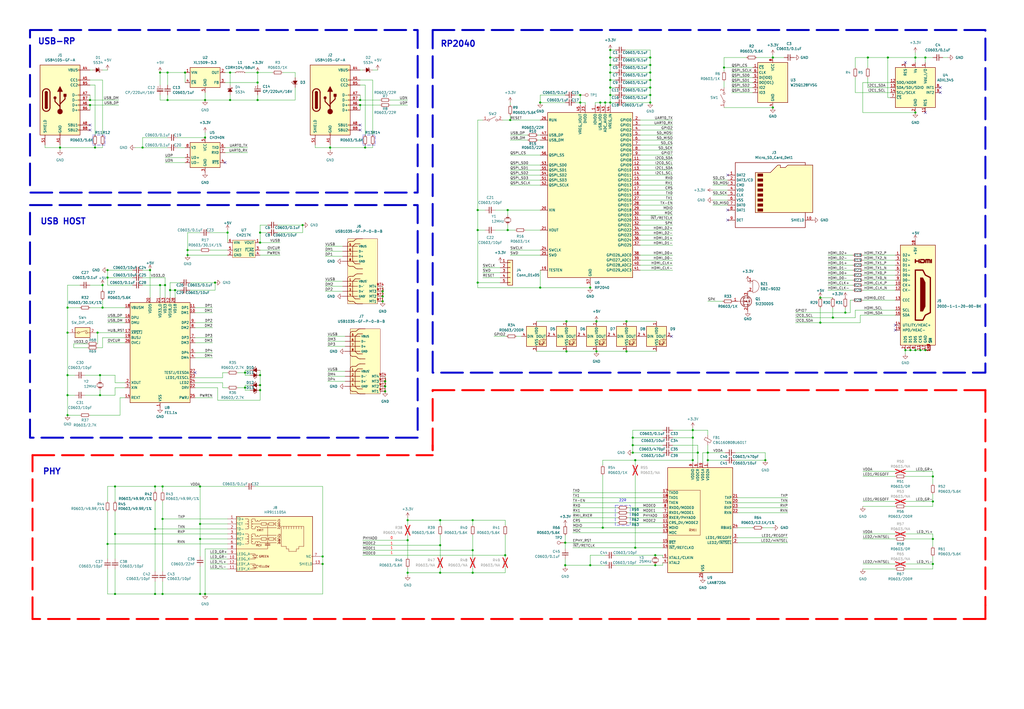
<source format=kicad_sch>
(kicad_sch (version 20231120) (generator "eeschema") (generator_version "8.0")
  (paper "User" 520 360)
  (junction (at 101.6 266.065))
  (junction (at 240.03 279.4))
  (junction (at 367.665 34.29))
  (junction (at 392.43 29.21))
  (junction (at 95.25 127))
  (junction (at 54.61 276.225))
  (junction (at 182.88 50.8))
  (junction (at 473.71 273.685))
  (junction (at 153.67 114.3))
  (junction (at 304.8 52.07))
  (junction (at 207.01 264.16))
  (junction (at 109.22 143.51))
  (junction (at 101.6 273.685))
  (junction (at 467.36 177.8))
  (junction (at 332.74 281.94))
  (junction (at 49.53 168.91))
  (junction (at 85.09 36.83))
  (junction (at 223.52 276.86))
  (junction (at 58.42 301.625))
  (junction (at 351.79 222.25))
  (junction (at 130.81 36.83))
  (junction (at 330.2 40.64))
  (junction (at 163.83 282.575))
  (junction (at 359.41 233.68))
  (junction (at 287.02 287.02))
  (junction (at 86.36 147.32))
  (junction (at 163.83 286.385))
  (junction (at 34.29 200.66))
  (junction (at 58.42 247.015))
  (junction (at 302.895 163.195))
  (junction (at 81.28 36.83))
  (junction (at 72.39 74.93))
  (junction (at 330.2 33.02))
  (junction (at 309.88 44.45))
  (junction (at 207.01 290.83))
  (junction (at 359.41 229.87))
  (junction (at 240.03 290.83))
  (junction (at 240.03 264.16))
  (junction (at 309.88 48.26))
  (junction (at 351.79 233.68))
  (junction (at 195.58 198.755))
  (junction (at 416.56 151.13))
  (junction (at 52.07 156.21))
  (junction (at 76.2 137.16))
  (junction (at 115.57 118.11))
  (junction (at 167.64 74.93))
  (junction (at 50.8 200.66))
  (junction (at 462.28 177.8))
  (junction (at 34.29 168.91))
  (junction (at 321.31 229.87))
  (junction (at 242.57 106.68))
  (junction (at 287.655 178.435))
  (junction (at 330.2 29.21))
  (junction (at 104.14 301.625))
  (junction (at 116.84 50.8))
  (junction (at 450.85 29.21))
  (junction (at 307.34 52.07))
  (junction (at 132.08 118.11))
  (junction (at 287.655 163.195))
  (junction (at 321.31 222.25))
  (junction (at 392.43 54.61))
  (junction (at 302.895 178.435))
  (junction (at 473.71 254.635))
  (junction (at 195.58 196.215))
  (junction (at 132.08 190.5))
  (junction (at 45.72 53.34))
  (junction (at 95.25 129.54))
  (junction (at 82.55 247.015))
  (junction (at 309.88 29.21))
  (junction (at 257.81 116.84))
  (junction (at 309.88 52.07))
  (junction (at 223.52 290.83))
  (junction (at 182.88 53.34))
  (junction (at 130.81 50.8))
  (junction (at 416.56 163.83))
  (junction (at 473.71 286.385))
  (junction (at 195.58 193.675))
  (junction (at 124.46 189.23))
  (junction (at 306.07 267.97))
  (junction (at 469.9 29.21))
  (junction (at 322.58 278.13))
  (junction (at 287.02 275.59))
  (junction (at 101.6 301.625))
  (junction (at 459.74 177.8))
  (junction (at 82.55 301.625))
  (junction (at 194.31 150.495))
  (junction (at 54.61 140.97))
  (junction (at 257.81 106.68))
  (junction (at 88.9 147.32))
  (junction (at 309.88 40.64))
  (junction (at 34.29 156.21))
  (junction (at 30.48 74.93))
  (junction (at 101.6 247.015))
  (junction (at 318.135 163.195))
  (junction (at 78.74 268.605))
  (junction (at 299.72 146.05))
  (junction (at 58.42 271.145))
  (junction (at 78.74 247.015))
  (junction (at 194.31 147.955))
  (junction (at 294.64 48.26))
  (junction (at 354.33 229.87))
  (junction (at 473.71 241.935))
  (junction (at 259.08 60.96))
  (junction (at 322.58 233.68))
  (junction (at 132.08 195.58))
  (junction (at 52.07 144.78))
  (junction (at 45.72 50.8))
  (junction (at 130.81 41.91))
  (junction (at 330.2 48.26))
  (junction (at 440.69 29.21))
  (junction (at 464.82 29.21))
  (junction (at 242.57 143.51))
  (junction (at 330.2 36.83))
  (junction (at 34.29 210.82))
  (junction (at 104.14 69.85))
  (junction (at 274.32 52.07))
  (junction (at 54.61 137.16))
  (junction (at 464.82 177.8))
  (junction (at 332.74 287.02))
  (junction (at 48.26 74.93))
  (junction (at 309.88 36.83))
  (junction (at 185.42 74.93))
  (junction (at 321.31 226.06))
  (junction (at 132.08 198.12))
  (junction (at 309.88 25.4))
  (junction (at 330.2 52.07))
  (junction (at 318.135 178.435))
  (junction (at 207.01 274.32))
  (junction (at 194.31 153.035))
  (junction (at 93.98 36.83))
  (junction (at 464.82 57.15))
  (junction (at 78.74 301.625))
  (junction (at 81.28 144.78))
  (junction (at 256.54 281.94))
  (junction (at 104.14 50.8))
  (junction (at 294.64 52.07))
  (junction (at 124.46 196.85))
  (junction (at 429.26 158.75))
  (junction (at 223.52 264.16))
  (junction (at 469.9 177.8))
  (junction (at 309.88 33.02))
  (junction (at 132.08 123.19))
  (junction (at 116.84 36.83))
  (junction (at 330.2 44.45))
  (junction (at 85.09 50.8))
  (junction (at 50.8 190.5))
  (junction (at 388.62 233.68))
  (junction (at 299.72 287.02))
  (junction (at 242.57 116.84))
  (junction (at 274.32 146.05))
  (junction (at 83.82 144.78))
  (junction (at 351.79 218.44))
  (junction (at 34.29 190.5))
  (junction (at 422.91 161.29))
  (junction (at 82.55 263.525))
  (no_connect (at 477.52 44.45))
  (no_connect (at 459.74 31.75))
  (no_connect (at 369.57 111.76))
  (no_connect (at 114.3 82.55))
  (no_connect (at 45.72 66.04))
  (no_connect (at 469.9 57.15))
  (no_connect (at 454.66 167.64))
  (no_connect (at 182.88 63.5))
  (no_connect (at 182.88 66.04))
  (no_connect (at 369.57 88.9))
  (no_connect (at 45.72 63.5))
  (no_connect (at 477.52 46.99))
  (no_connect (at 369.57 106.68))
  (no_connect (at 340.995 170.815))
  (no_connect (at 454.66 165.1))
  (no_connect (at 99.06 189.23))
  (wire (pts (xy 256.54 281.94) (xy 256.54 283.21)))
  (wire (pts (xy 166.37 188.595) (xy 175.26 188.595)))
  (wire (pts (xy 242.57 116.84) (xy 246.38 116.84)))
  (wire (pts (xy 184.15 279.4) (xy 240.03 279.4)))
  (wire (pts (xy 101.6 266.065) (xy 101.6 273.685)))
  (wire (pts (xy 436.88 160.02) (xy 436.88 163.83)))
  (wire (pts (xy 45.72 48.26) (xy 45.72 50.8)))
  (wire (pts (xy 173.99 127.635) (xy 165.1 127.635)))
  (wire (pts (xy 287.655 178.435) (xy 302.895 178.435)))
  (wire (pts (xy 290.83 262.89) (xy 313.69 262.89)))
  (wire (pts (xy 459.74 254.635) (xy 473.71 254.635)))
  (wire (pts (xy 83.82 140.97) (xy 83.82 144.78)))
  (wire (pts (xy 104.14 301.625) (xy 163.83 301.625)))
  (wire (pts (xy 242.57 60.96) (xy 245.11 60.96)))
  (wire (pts (xy 330.2 25.4) (xy 317.5 25.4)))
  (wire (pts (xy 110.49 203.2) (xy 132.08 203.2)))
  (wire (pts (xy 382.27 41.91) (xy 371.475 41.91)))
  (wire (pts (xy 130.81 50.8) (xy 149.86 50.8)))
  (wire (pts (xy 116.84 48.26) (xy 116.84 50.8)))
  (wire (pts (xy 115.57 116.84) (xy 115.57 118.11)))
  (wire (pts (xy 60.96 210.82) (xy 60.96 201.93)))
  (wire (pts (xy 274.32 68.58) (xy 273.05 68.58)))
  (wire (pts (xy 255.27 60.96) (xy 259.08 60.96)))
  (wire (pts (xy 99.06 191.77) (xy 113.03 191.77)))
  (wire (pts (xy 302.895 178.435) (xy 318.135 178.435)))
  (wire (pts (xy 86.36 143.51) (xy 91.44 143.51)))
  (wire (pts (xy 182.88 35.56) (xy 184.15 35.56)))
  (wire (pts (xy 182.88 50.8) (xy 193.04 50.8)))
  (wire (pts (xy 52.07 35.56) (xy 54.61 35.56)))
  (wire (pts (xy 132.08 114.3) (xy 132.08 118.11)))
  (wire (pts (xy 60.96 201.93) (xy 63.5 201.93)))
  (wire (pts (xy 132.08 118.11) (xy 132.08 123.19)))
  (wire (pts (xy 473.71 241.935) (xy 473.71 245.745)))
  (wire (pts (xy 307.34 52.07) (xy 309.88 52.07)))
  (wire (pts (xy 104.14 278.765) (xy 104.14 301.625)))
  (wire (pts (xy 130.81 36.83) (xy 138.43 36.83)))
  (wire (pts (xy 165.1 142.875) (xy 173.99 142.875)))
  (wire (pts (xy 101.6 247.015) (xy 101.6 266.065)))
  (wire (pts (xy 90.17 74.93) (xy 93.98 74.93)))
  (wire (pts (xy 106.68 288.925) (xy 115.57 288.925)))
  (wire (pts (xy 257.81 116.84) (xy 251.46 116.84)))
  (wire (pts (xy 438.15 144.78) (xy 454.66 144.78)))
  (wire (pts (xy 182.88 43.18) (xy 185.42 43.18)))
  (wire (pts (xy 354.33 226.06) (xy 354.33 229.87)))
  (wire (pts (xy 184.15 276.86) (xy 223.52 276.86)))
  (wire (pts (xy 207.01 262.89) (xy 207.01 264.16)))
  (wire (pts (xy 124.46 187.96) (xy 127 187.96)))
  (wire (pts (xy 45.72 50.8) (xy 60.325 50.8)))
  (wire (pts (xy 38.1 190.5) (xy 34.29 190.5)))
  (wire (pts (xy 341.63 63.5) (xy 325.12 63.5)))
  (wire (pts (xy 309.88 48.26) (xy 309.88 44.45)))
  (wire (pts (xy 433.07 152.4) (xy 431.8 152.4)))
  (wire (pts (xy 115.57 276.225) (xy 54.61 276.225)))
  (wire (pts (xy 330.2 44.45) (xy 330.2 40.64)))
  (wire (pts (xy 274.32 52.07) (xy 287.02 52.07)))
  (wire (pts (xy 330.2 52.07) (xy 330.2 48.26)))
  (polyline (pts (xy 500.38 314.325) (xy 16.51 314.325)) (stroke (width 1) (type dash) (color 255 0 0 1)))
  (wire (pts (xy 132.08 123.19) (xy 142.24 123.19)))
  (wire (pts (xy 173.99 147.955) (xy 165.1 147.955)))
  (wire (pts (xy 189.23 73.66) (xy 189.23 74.93)))
  (wire (pts (xy 274.32 83.82) (xy 259.08 83.82)))
  (wire (pts (xy 473.71 254.635) (xy 473.71 250.825)))
  (wire (pts (xy 54.61 276.225) (xy 54.61 283.845)))
  (wire (pts (xy 359.41 220.98) (xy 359.41 218.44)))
  (wire (pts (xy 304.8 52.07) (xy 307.34 52.07)))
  (wire (pts (xy 52.07 156.21) (xy 63.5 156.21)))
  (wire (pts (xy 106.68 118.11) (xy 115.57 118.11)))
  (wire (pts (xy 114.3 77.47) (xy 125.73 77.47)))
  (wire (pts (xy 256.54 271.78) (xy 256.54 281.94)))
  (wire (pts (xy 382.27 44.45) (xy 371.475 44.45)))
  (wire (pts (xy 259.08 60.96) (xy 274.32 60.96)))
  (wire (pts (xy 274.32 137.16) (xy 274.32 146.05)))
  (wire (pts (xy 99.06 156.21) (xy 107.95 156.21)))
  (wire (pts (xy 45.72 210.82) (xy 60.96 210.82)))
  (wire (pts (xy 113.03 196.85) (xy 115.57 196.85)))
  (wire (pts (xy 50.8 190.5) (xy 43.18 190.5)))
  (wire (pts (xy 459.74 241.935) (xy 473.71 241.935)))
  (wire (pts (xy 101.6 127) (xy 95.25 127)))
  (wire (pts (xy 440.69 39.37) (xy 440.69 44.45)))
  (wire (pts (xy 309.88 36.83) (xy 312.42 36.83)))
  (wire (pts (xy 72.39 137.16) (xy 76.2 137.16)))
  (wire (pts (xy 207.01 264.16) (xy 223.52 264.16)))
  (wire (pts (xy 49.53 174.625) (xy 49.53 168.91)))
  (wire (pts (xy 438.15 57.15) (xy 464.82 57.15)))
  (wire (pts (xy 78.74 254.635) (xy 78.74 268.605)))
  (wire (pts (xy 245.11 135.89) (xy 254 135.89)))
  (wire (pts (xy 54.61 140.97) (xy 54.61 144.78)))
  (wire (pts (xy 48.26 73.66) (xy 48.26 74.93)))
  (wire (pts (xy 67.31 137.16) (xy 54.61 137.16)))
  (wire (pts (xy 322.58 278.13) (xy 336.55 278.13)))
  (wire (pts (xy 274.32 78.74) (xy 259.08 78.74)))
  (wire (pts (xy 274.32 106.68) (xy 257.81 106.68)))
  (wire (pts (xy 403.86 163.83) (xy 416.56 163.83)))
  (wire (pts (xy 469.9 177.8) (xy 472.44 177.8)))
  (wire (pts (xy 101.6 301.625) (xy 101.6 287.655)))
  (wire (pts (xy 341.63 134.62) (xy 325.12 134.62)))
  (wire (pts (xy 82.55 301.625) (xy 78.74 301.625)))
  (wire (pts (xy 207.01 290.83) (xy 207.01 292.1)))
  (wire (pts (xy 403.86 158.75) (xy 429.26 158.75)))
  (wire (pts (xy 290.83 257.81) (xy 313.69 257.81)))
  (wire (pts (xy 153.67 114.3) (xy 153.67 118.11)))
  (wire (pts (xy 130.81 41.91) (xy 130.81 36.83)))
  (wire (pts (xy 317.5 36.83) (xy 330.2 36.83)))
  (wire (pts (xy 185.42 68.58) (xy 185.42 43.18)))
  (wire (pts (xy 274.32 127) (xy 259.08 127)))
  (wire (pts (xy 341.63 101.6) (xy 325.12 101.6)))
  (wire (pts (xy 361.95 93.98) (xy 369.57 93.98)))
  (wire (pts (xy 185.42 73.66) (xy 185.42 74.93)))
  (wire (pts (xy 318.77 260.35) (xy 336.55 260.35)))
  (wire (pts (xy 464.82 29.21) (xy 469.9 29.21)))
  (wire (pts (xy 400.05 260.35) (xy 374.65 260.35)))
  (wire (pts (xy 106.68 127) (xy 115.57 127)))
  (wire (pts (xy 351.79 222.25) (xy 351.79 218.44)))
  (wire (pts (xy 116.84 36.83) (xy 119.38 36.83)))
  (wire (pts (xy 299.72 281.94) (xy 299.72 287.02)))
  (wire (pts (xy 135.89 114.3) (xy 132.08 114.3)))
  (wire (pts (xy 420.37 132.08) (xy 433.07 132.08)))
  (wire (pts (xy 361.95 91.44) (xy 369.57 91.44)))
  (wire (pts (xy 384.175 29.21) (xy 392.43 29.21)))
  (wire (pts (xy 341.63 109.22) (xy 325.12 109.22)))
  (wire (pts (xy 416.56 156.21) (xy 416.56 163.83)))
  (wire (pts (xy 104.14 50.8) (xy 116.84 50.8)))
  (wire (pts (xy 287.02 287.02) (xy 287.02 287.655)))
  (wire (pts (xy 438.15 129.54) (xy 454.66 129.54)))
  (wire (pts (xy 317.5 33.02) (xy 330.2 33.02)))
  (wire (pts (xy 81.28 50.8) (xy 85.09 50.8)))
  (wire (pts (xy 52.07 171.45) (xy 63.5 171.45)))
  (wire (pts (xy 420.37 144.78) (xy 433.07 144.78)))
  (wire (pts (xy 175.26 193.675) (xy 166.37 193.675)))
  (wire (pts (xy 223.52 288.29) (xy 223.52 290.83)))
  (polyline (pts (xy 219.71 228.6) (xy 219.71 198.12)) (stroke (width 1) (type dash) (color 255 0 0 1)))
  (wire (pts (xy 207.01 288.29) (xy 207.01 290.83)))
  (wire (pts (xy 478.79 29.21) (xy 481.33 29.21)))
  (wire (pts (xy 287.02 275.59) (xy 336.55 275.59)))
  (wire (pts (xy 431.8 152.4) (xy 431.8 158.75)))
  (wire (pts (xy 37.465 174.625) (xy 37.465 176.53)))
  (wire (pts (xy 304.8 52.07) (xy 304.8 53.34)))
  (wire (pts (xy 341.63 88.9) (xy 325.12 88.9)))
  (polyline (pts (xy 219.71 226.06) (xy 219.71 228.6)) (stroke (width 1) (type dash) (color 255 0 0 1)))
  (wire (pts (xy 299.72 281.94) (xy 307.34 281.94)))
  (wire (pts (xy 34.29 168.91) (xy 34.29 190.5)))
  (wire (pts (xy 58.42 254.635) (xy 58.42 247.015)))
  (wire (pts (xy 317.5 52.07) (xy 330.2 52.07)))
  (wire (pts (xy 341.63 96.52) (xy 325.12 96.52)))
  (wire (pts (xy 99.06 158.75) (xy 107.95 158.75)))
  (wire (pts (xy 160.02 73.66) (xy 160.02 74.93)))
  (wire (pts (xy 434.34 29.21) (xy 440.69 29.21)))
  (wire (pts (xy 99.06 194.31) (xy 113.03 194.31)))
  (wire (pts (xy 81.28 48.26) (xy 81.28 50.8)))
  (wire (pts (xy 259.08 53.34) (xy 259.08 52.07)))
  (wire (pts (xy 167.64 73.66) (xy 167.64 74.93)))
  (wire (pts (xy 309.88 40.64) (xy 312.42 40.64)))
  (wire (pts (xy 54.61 173.99) (xy 63.5 173.99)))
  (wire (pts (xy 48.26 74.93) (xy 52.07 74.93)))
  (wire (pts (xy 198.12 53.34) (xy 207.01 53.34)))
  (wire (pts (xy 312.42 287.02) (xy 332.74 287.02)))
  (wire (pts (xy 309.88 48.26) (xy 309.88 52.07)))
  (wire (pts (xy 416.56 151.13) (xy 422.91 151.13)))
  (wire (pts (xy 367.665 34.29) (xy 382.27 34.29)))
  (wire (pts (xy 68.58 74.93) (xy 72.39 74.93)))
  (wire (pts (xy 392.43 267.97) (xy 387.35 267.97)))
  (wire (pts (xy 82.55 249.555) (xy 82.55 247.015)))
  (wire (pts (xy 30.48 73.66) (xy 30.48 74.93)))
  (wire (pts (xy 242.57 143.51) (xy 254 143.51)))
  (wire (pts (xy 459.74 288.925) (xy 473.71 288.925)))
  (wire (pts (xy 114.3 74.93) (xy 125.73 74.93)))
  (wire (pts (xy 48.26 68.58) (xy 48.26 43.18)))
  (wire (pts (xy 195.58 193.675) (xy 195.58 196.215)))
  (wire (pts (xy 341.63 114.3) (xy 325.12 114.3)))
  (wire (pts (xy 99.06 196.85) (xy 110.49 196.85)))
  (wire (pts (xy 341.63 68.58) (xy 325.12 68.58)))
  (wire (pts (xy 90.17 69.85) (xy 104.14 69.85)))
  (wire (pts (xy 50.8 190.5) (xy 50.8 193.04)))
  (wire (pts (xy 274.32 48.26) (xy 274.32 52.07)))
  (wire (pts (xy 325.12 124.46) (xy 341.63 124.46)))
  (wire (pts (xy 83.82 80.01) (xy 93.98 80.01)))
  (wire (pts (xy 438.15 132.08) (xy 454.66 132.08)))
  (wire (pts (xy 351.79 222.25) (xy 351.79 233.68)))
  (wire (pts (xy 309.88 25.4) (xy 312.42 25.4)))
  (wire (pts (xy 132.08 190.5) (xy 132.08 195.58)))
  (polyline (pts (xy 500.38 198.12) (xy 500.38 307.34)) (stroke (width 1) (type dash) (color 255 0 0 1)))
  (wire (pts (xy 266.7 116.84) (xy 274.32 116.84)))
  (wire (pts (xy 54.61 288.925) (xy 54.61 301.625)))
  (wire (pts (xy 242.57 60.96) (xy 242.57 106.68)))
  (wire (pts (xy 469.9 29.21) (xy 473.71 29.21)))
  (wire (pts (xy 54.61 140.97) (xy 67.31 140.97)))
  (wire (pts (xy 302.26 52.07) (xy 304.8 52.07)))
  (wire (pts (xy 124.46 189.23) (xy 124.46 190.5)))
  (wire (pts (xy 242.57 146.05) (xy 242.57 143.51)))
  (wire (pts (xy 341.63 137.16) (xy 325.12 137.16)))
  (wire (pts (xy 341.63 111.76) (xy 325.12 111.76)))
  (wire (pts (xy 83.82 144.78) (xy 83.82 151.13)))
  (wire (pts (xy 132.08 198.12) (xy 132.08 195.58)))
  (wire (pts (xy 30.48 74.93) (xy 22.86 74.93)))
  (wire (pts (xy 85.09 69.85) (xy 72.39 69.85)))
  (wire (pts (xy 120.65 189.23) (xy 124.46 189.23)))
  (wire (pts (xy 242.57 106.68) (xy 242.57 116.84)))
  (wire (pts (xy 272.415 178.435) (xy 287.655 178.435)))
  (wire (pts (xy 382.27 46.99) (xy 371.475 46.99)))
  (wire (pts (xy 388.62 229.87) (xy 388.62 233.68)))
  (wire (pts (xy 124.46 196.85) (xy 124.46 195.58)))
  (wire (pts (xy 309.88 52.07) (xy 312.42 52.07)))
  (wire (pts (xy 81.28 144.78) (xy 83.82 144.78)))
  (wire (pts (xy 318.77 262.89) (xy 336.55 262.89)))
  (wire (pts (xy 309.88 48.26) (xy 312.42 48.26)))
  (wire (pts (xy 115.57 278.765) (xy 104.14 278.765)))
  (wire (pts (xy 104.14 67.31) (xy 104.14 69.85)))
  (wire (pts (xy 309.88 36.83) (xy 309.88 33.02)))
  (wire (pts (xy 467.36 177.8) (xy 469.9 177.8)))
  (wire (pts (xy 341.63 222.25) (xy 351.79 222.25)))
  (wire (pts (xy 274.32 146.05) (xy 242.57 146.05)))
  (wire (pts (xy 356.87 234.95) (xy 356.87 229.87)))
  (polyline (pts (xy 16.51 314.325) (xy 16.51 231.14)) (stroke (width 1) (type dash) (color 255 0 0 1)))
  (wire (pts (xy 274.32 71.12) (xy 273.05 71.12)))
  (wire (pts (xy 290.83 278.13) (xy 322.58 278.13)))
  (wire (pts (xy 101.6 301.625) (xy 104.14 301.625)))
  (wire (pts (xy 438.15 286.385) (xy 454.66 286.385)))
  (wire (pts (xy 322.58 233.68) (xy 351.79 233.68)))
  (wire (pts (xy 43.18 200.66) (xy 50.8 200.66)))
  (wire (pts (xy 306.07 233.68) (xy 306.07 236.22)))
  (wire (pts (xy 434.34 157.48) (xy 454.66 157.48)))
  (wire (pts (xy 106.68 281.305) (xy 115.57 281.305)))
  (wire (pts (xy 359.41 218.44) (xy 351.79 218.44)))
  (wire (pts (xy 22.86 73.66) (xy 22.86 74.93)))
  (wire (pts (xy 116.84 36.83) (xy 116.84 43.18)))
  (wire (pts (xy 130.81 36.83) (xy 124.46 36.83)))
  (wire (pts (xy 318.135 163.195) (xy 333.375 163.195)))
  (wire (pts (xy 438.15 142.24) (xy 454.66 142.24)))
  (wire (pts (xy 167.64 74.93) (xy 185.42 74.93)))
  (polyline (pts (xy 500.38 307.34) (xy 500.38 314.325)) (stroke (width 1) (type dash) (color 255 0 0 1)))
  (wire (pts (xy 434.34 39.37) (xy 434.34 46.99)))
  (wire (pts (xy 45.72 53.34) (xy 60.325 53.34)))
  (wire (pts (xy 45.72 40.64) (xy 52.07 40.64)))
  (wire (pts (xy 85.09 36.83) (xy 93.98 36.83)))
  (wire (pts (xy 341.63 66.04) (xy 325.12 66.04)))
  (wire (pts (xy 318.77 265.43) (xy 336.55 265.43)))
  (wire (pts (xy 45.72 43.18) (xy 48.26 43.18)))
  (wire (pts (xy 113.03 191.77) (xy 113.03 189.23)))
  (wire (pts (xy 420.37 129.54) (xy 433.07 129.54)))
  (wire (pts (xy 321.31 218.44) (xy 321.31 222.25)))
  (wire (pts (xy 274.32 93.98) (xy 259.08 93.98)))
  (wire (pts (xy 207.01 264.16) (xy 207.01 266.7)))
  (wire (pts (xy 124.46 195.58) (xy 127 195.58)))
  (wire (pts (xy 34.29 156.21) (xy 34.29 168.91)))
  (wire (pts (xy 452.12 49.53) (xy 450.85 49.53)))
  (wire (pts (xy 37.465 176.53) (xy 44.45 176.53)))
  (wire (pts (xy 132.08 190.5) (xy 132.08 187.96)))
  (wire (pts (xy 336.55 255.27) (xy 290.83 255.27)))
  (wire (pts (xy 367.665 34.29) (xy 367.665 29.21)))
  (wire (pts (xy 194.31 147.955) (xy 194.31 150.495)))
  (wire (pts (xy 422.91 161.29) (xy 434.34 161.29)))
  (wire (pts (xy 341.63 60.96) (xy 325.12 60.96)))
  (wire (pts (xy 459.74 257.175) (xy 473.71 257.175)))
  (wire (pts (xy 184.15 274.32) (xy 207.01 274.32)))
  (wire (pts (xy 292.1 48.26) (xy 294.64 48.26)))
  (wire (pts (xy 359.41 153.035) (xy 367.03 153.035)))
  (wire (pts (xy 99.06 179.07) (xy 107.95 179.07)))
  (wire (pts (xy 317.5 40.64) (xy 330.2 40.64)))
  (wire (pts (xy 464.82 177.8) (xy 467.36 177.8)))
  (wire (pts (xy 341.63 78.74) (xy 325.12 78.74)))
  (wire (pts (xy 34.29 200.66) (xy 38.1 200.66)))
  (wire (pts (xy 223.52 271.78) (xy 223.52 276.86)))
  (wire (pts (xy 85.09 43.18) (xy 85.09 36.83)))
  (wire (pts (xy 58.42 301.625) (xy 54.61 301.625)))
  (wire (pts (xy 322.58 236.22) (xy 322.58 233.68)))
  (wire (pts (xy 400.05 257.81) (xy 374.65 257.81)))
  (wire (pts (xy 330.2 36.83) (xy 330.2 33.02)))
  (wire (pts (xy 274.32 91.44) (xy 259.08 91.44)))
  (wire (pts (xy 438.15 152.4) (xy 454.66 152.4)))
  (wire (pts (xy 240.03 264.16) (xy 256.54 264.16)))
  (wire (pts (xy 246.38 106.68) (xy 242.57 106.68)))
  (wire (pts (xy 367.665 41.275) (xy 367.665 44.45)))
  (wire (pts (xy 341.63 93.98) (xy 325.12 93.98)))
  (wire (pts (xy 459.74 239.395) (xy 473.71 239.395)))
  (wire (pts (xy 140.97 118.11) (xy 153.67 118.11)))
  (wire (pts (xy 182.88 53.34) (xy 193.04 53.34)))
  (wire (pts (xy 309.88 40.64) (xy 309.88 36.83)))
  (wire (pts (xy 469.9 29.21) (xy 469.9 31.75)))
  (wire (pts (xy 30.48 76.2) (xy 30.48 74.93)))
  (wire (pts (xy 50.8 200.66) (xy 58.42 200.66)))
  (wire (pts (xy 361.95 101.6) (xy 369.57 101.6)))
  (wire (pts (xy 459.74 271.145) (xy 473.71 271.145)))
  (wire (pts (xy 341.63 91.44) (xy 325.12 91.44)))
  (wire (pts (xy 86.36 151.13) (xy 86.36 147.32)))
  (wire (pts (xy 290.83 260.35) (xy 313.69 260.35)))
  (wire (pts (xy 127 190.5) (xy 124.46 190.5)))
  (wire (pts (xy 341.63 218.44) (xy 351.79 218.44)))
  (wire (pts (xy 330.2 40.64) (xy 330.2 36.83)))
  (wire (pts (xy 438.15 139.7) (xy 454.66 139.7)))
  (wire (pts (xy 341.63 86.36) (xy 325.12 86.36)))
  (wire (pts (xy 54.61 247.015) (xy 54.61 254.635)))
  (wire (pts (xy 78.74 249.555) (xy 78.74 247.015)))
  (wire (pts (xy 198.12 50.8) (xy 207.01 50.8)))
  (wire (pts (xy 40.64 210.82) (xy 34.29 210.82)))
  (wire (pts (xy 341.63 119.38) (xy 325.12 119.38)))
  (wire (pts (xy 473.71 271.145) (xy 473.71 273.685)))
  (wire (pts (xy 72.39 74.93) (xy 85.09 74.93)))
  (wire (pts (xy 373.38 229.87) (xy 388.62 229.87)))
  (wire (pts (xy 82.55 263.525) (xy 115.57 263.525)))
  (wire (pts (xy 297.18 52.07) (xy 297.18 53.34)))
  (wire (pts (xy 325.12 76.2) (xy 341.63 76.2)))
  (wire (pts (xy 173.99 145.415) (xy 165.1 145.415)))
  (wire (pts (xy 287.02 271.78) (xy 287.02 275.59)))
  (wire (pts (xy 309.88 33.02) (xy 312.42 33.02)))
  (wire (pts (xy 132.08 129.54) (xy 142.24 129.54)))
  (wire (pts (xy 240.03 264.16) (xy 240.03 266.7)))
  (wire (pts (xy 400.05 275.59) (xy 374.65 275.59)))
  (wire (pts (xy 130.81 50.8) (xy 130.81 48.26)))
  (wire (pts (xy 341.63 116.84) (xy 325.12 116.84)))
  (wire (pts (xy 115.57 118.11) (xy 115.57 123.19)))
  (wire (pts (xy 336.55 250.19) (xy 290.83 250.19)))
  (wire (pts (xy 101.6 247.015) (xy 124.46 247.015)))
  (wire (pts (xy 245.11 140.97) (xy 254 140.97)))
  (wire (pts (xy 309.88 44.45) (xy 312.42 44.45)))
  (wire (pts (xy 245.11 138.43) (xy 254 138.43)))
  (wire (pts (xy 400.05 255.27) (xy 374.65 255.27)))
  (wire (pts (xy 318.135 178.435) (xy 333.375 178.435)))
  (wire (pts (xy 132.08 118.11) (xy 135.89 118.11)))
  (wire (pts (xy 287.02 275.59) (xy 287.02 278.765)))
  (wire (pts (xy 82.55 263.525) (xy 82.55 290.195)))
  (wire (pts (xy 438.15 41.91) (xy 438.15 57.15)))
  (wire (pts (xy 30.48 74.93) (xy 48.26 74.93)))
  (wire (pts (xy 52.07 176.53) (xy 52.07 171.45)))
  (wire (pts (xy 58.42 247.015) (xy 54.61 247.015)))
  (wire (pts (xy 124.46 187.96) (xy 124.46 189.23)))
  (wire (pts (xy 58.42 196.85) (xy 63.5 196.85)))
  (wire (pts (xy 420.37 134.62) (xy 433.07 134.62)))
  (wire (pts (xy 113.03 196.85) (xy 113.03 194.31)))
  (wire (pts (xy 162.56 282.575) (xy 163.83 282.575)))
  (wire (pts (xy 356.87 229.87) (xy 359.41 229.87)))
  (wire (pts (xy 274.32 48.26) (xy 287.02 48.26)))
  (wire (pts (xy 459.74 273.685) (xy 473.71 273.685)))
  (wire (pts (xy 330.2 29.21) (xy 330.2 25.4)))
  (wire (pts (xy 163.83 247.015) (xy 163.83 282.575)))
  (wire (pts (xy 101.6 273.685) (xy 101.6 282.575)))
  (wire (pts (xy 434.34 34.29) (xy 434.34 29.21)))
  (wire (pts (xy 101.6 247.015) (xy 82.55 247.015)))
  (wire (pts (xy 49.53 168.91) (xy 63.5 168.91)))
  (wire (pts (xy 309.88 44.45) (xy 309.88 40.64)))
  (wire (pts (xy 175.26 191.135) (xy 166.37 191.135)))
  (wire (pts (xy 382.27 267.97) (xy 374.65 267.97)))
  (wire (pts (xy 143.51 36.83) (xy 149.86 36.83)))
  (wire (pts (xy 195.58 191.135) (xy 195.58 193.675)))
  (wire (pts (xy 99.06 163.83) (xy 107.95 163.83)))
  (wire (pts (xy 223.52 264.16) (xy 240.03 264.16)))
  (wire (pts (xy 182.88 53.34) (xy 182.88 55.88)))
  (wire (pts (xy 149.86 44.45) (xy 149.86 50.8)))
  (wire (pts (xy 336.55 252.73) (xy 290.83 252.73)))
  (wire (pts (xy 116.84 50.8) (xy 130.81 50.8)))
  (wire (pts (xy 321.31 229.87) (xy 336.55 229.87)))
  (wire (pts (xy 240.03 271.78) (xy 240.03 279.4)))
  (wire (pts (xy 63.5 194.31) (xy 58.42 194.31)))
  (wire (pts (xy 114.3 41.91) (xy 130.81 41.91)))
  (wire (pts (xy 422.91 156.21) (xy 422.91 161.29)))
  (wire (pts (xy 99.06 173.99) (xy 107.95 173.99)))
  (wire (pts (xy 91.44 147.32) (xy 88.9 147.32)))
  (wire (pts (xy 473.71 257.175) (xy 473.71 254.635)))
  (wire (pts (xy 440.69 29.21) (xy 440.69 34.29)))
  (wire (pts (xy 306.07 241.3) (xy 306.07 267.97)))
  (wire (pts (xy 189.23 40.64) (xy 189.23 68.58)))
  (wire (pts (xy 223.52 276.86) (xy 223.52 283.21)))
  (wire (pts (xy 341.63 99.06) (xy 325.12 99.06)))
  (wire (pts (xy 83.82 82.55) (xy 93.98 82.55)))
  (wire (pts (xy 78.74 247.015) (xy 58.42 247.015)))
  (wire (pts (xy 58.42 271.145) (xy 58.42 283.845)))
  (wire (pts (xy 330.2 48.26) (xy 330.2 44.45)))
  (wire (pts (xy 420.37 139.7) (xy 433.07 139.7)))
  (wire (pts (xy 464.82 26.67) (xy 464.82 29.21)))
  (wire (pts (xy 332.74 287.02) (xy 336.55 287.02)))
  (wire (pts (xy 267.97 71.12) (xy 259.08 71.12)))
  (wire (pts (xy 129.54 247.015) (xy 163.83 247.015)))
  (wire (pts (xy 341.63 81.28) (xy 325.12 81.28)))
  (wire (pts (xy 45.72 144.78) (xy 52.07 144.78)))
  (wire (pts (xy 434.34 46.99) (xy 452.12 46.99)))
  (wire (pts (xy 290.83 265.43) (xy 313.69 265.43)))
  (wire (pts (xy 438.15 147.32) (xy 454.66 147.32)))
  (wire (pts (xy 167.64 76.2) (xy 167.64 74.93)))
  (wire (pts (xy 44.45 174.625) (xy 37.465 174.625)))
  (wire (pts (xy 292.1 52.07) (xy 294.64 52.07)))
  (wire (pts (xy 440.69 29.21) (xy 450.85 29.21)))
  (wire (pts (xy 392.43 27.94) (xy 392.43 29.21)))
  (wire (pts (xy 120.65 196.85) (xy 124.46 196.85)))
  (wire (pts (xy 317.5 29.21) (xy 330.2 29.21)))
  (wire (pts (xy 336.55 281.94) (xy 336.55 283.21)))
  (wire (pts (xy 256.54 290.83) (xy 240.03 290.83)))
  (wire (pts (xy 54.61 163.83) (xy 63.5 163.83)))
  (wire (pts (xy 242.57 143.51) (xy 242.57 116.84)))
  (wire (pts (xy 294.64 52.07) (xy 297.18 52.07)))
  (wire (pts (xy 72.39 140.97) (xy 83.82 140.97)))
  (wire (pts (xy 106.68 283.845) (xy 115.57 283.845)))
  (wire (pts (xy 101.6 301.625) (xy 82.55 301.625)))
  (wire (pts (xy 82.55 254.635) (xy 82.55 263.525)))
  (wire (pts (xy 52.07 40.64) (xy 52.07 68.58)))
  (wire (pts (xy 256.54 288.29) (xy 256.54 290.83)))
  (wire (pts (xy 272.415 163.195) (xy 287.655 163.195)))
  (wire (pts (xy 76.2 137.16) (xy 76.2 151.13)))
  (wire (pts (xy 436.88 160.02) (xy 454.66 160.02)))
  (wire (pts (xy 309.88 33.02) (xy 309.88 29.21)))
  (polyline (pts (xy 219.71 198.12) (xy 500.38 198.12)) (stroke (width 1) (type dash) (color 255 0 0 1)))
  (wire (pts (xy 287.02 287.02) (xy 287.02 283.845)))
  (wire (pts (xy 459.74 177.8) (xy 462.28 177.8)))
  (wire (pts (xy 359.41 233.68) (xy 368.3 233.68)))
  (wire (pts (xy 322.58 233.68) (xy 306.07 233.68)))
  (wire (pts (xy 240.03 290.83) (xy 223.52 290.83)))
  (wire (pts (xy 321.31 226.06) (xy 321.31 229.87)))
  (wire (pts (xy 462.28 177.8) (xy 464.82 177.8)))
  (wire (pts (xy 259.08 58.42) (xy 259.08 60.96)))
  (wire (pts (xy 306.07 267.97) (xy 290.83 267.97)))
  (wire (pts (xy 194.31 150.495) (xy 194.31 153.035)))
  (wire (pts (xy 106.68 286.385) (xy 115.57 286.385)))
  (wire (pts (xy 330.2 33.02) (xy 330.2 29.21)))
  (wire (pts (xy 322.58 241.3) (xy 322.58 278.13)))
  (wire (pts (xy 52.07 73.66) (xy 52.07 74.93)))
  (wire (pts (xy 287.02 287.02) (xy 299.72 287.02)))
  (wire (pts (xy 82.55 295.275) (xy 82.55 301.625)))
  (wire (pts (xy 99.06 201.93) (xy 107.95 201.93)))
  (wire (pts (xy 58.42 200.66) (xy 58.42 196.85)))
  (wire (pts (xy 341.63 129.54) (xy 325.12 129.54)))
  (wire (pts (xy 54.61 137.16) (xy 54.61 140.97)))
  (wire (pts (xy 45.72 53.34) (xy 45.72 55.88)))
  (wire (pts (xy 223.52 266.7) (xy 223.52 264.16)))
  (wire (pts (xy 78.74 268.605) (xy 115.57 268.605)))
  (wire (pts (xy 113.03 189.23) (xy 115.57 189.23)))
  (wire (pts (xy 132.08 127) (xy 142.24 127)))
  (wire (pts (xy 373.38 233.68) (xy 388.62 233.68)))
  (wire (pts (xy 72.39 144.78) (xy 81.28 144.78)))
  (wire (pts (xy 438.15 254.635) (xy 454.66 254.635)))
  (wire (pts (xy 81.28 144.78) (xy 81.28 151.13)))
  (wire (pts (xy 58.42 190.5) (xy 50.8 190.5)))
  (wire (pts (xy 354.33 229.87) (xy 354.33 234.95)))
  (wire (pts (xy 400.05 273.05) (xy 374.65 273.05)))
  (wire (pts (xy 438.15 241.935) (xy 454.66 241.935)))
  (wire (pts (xy 78.74 295.275) (xy 78.74 301.625)))
  (wire (pts (xy 101.6 118.11) (xy 95.25 118.11)))
  (wire (pts (xy 359.41 233.68) (xy 359.41 234.95)))
  (wire (pts (xy 400.05 252.73) (xy 374.65 252.73)))
  (wire (pts (xy 163.83 286.385) (xy 163.83 301.625)))
  (wire (pts (xy 274.32 129.54) (xy 259.08 129.54)))
  (wire (pts (xy 95.25 118.11) (xy 95.25 127)))
  (wire (pts (xy 194.31 145.415) (xy 194.31 147.955)))
  (wire (pts (xy 99.06 181.61) (xy 107.95 181.61)))
  (wire (pts (xy 240.03 279.4) (xy 240.03 283.21)))
  (wire (pts (xy 85.09 50.8) (xy 104.14 50.8)))
  (wire (pts (xy 341.63 226.06) (xy 354.33 226.06)))
  (wire (pts (xy 110.49 196.85) (xy 110.49 203.2)))
  (wire (pts (xy 96.52 143.51) (xy 109.22 143.51)))
  (wire (pts (xy 58.42 288.925) (xy 58.42 301.625)))
  (wire (pts (xy 287.655 163.195) (xy 302.895 163.195)))
  (wire (pts (xy 86.36 147.32) (xy 88.9 147.32)))
  (wire (pts (xy 351.79 217.17) (xy 351.79 218.44)))
  (wire (pts (xy 361.95 99.06) (xy 369.57 99.06)))
  (wire (pts (xy 382.27 36.83) (xy 371.475 36.83)))
  (wire (pts (xy 45.72 156.21) (xy 52.07 156.21)))
  (wire (pts (xy 195.58 196.215) (xy 195.58 198.755)))
  (wire (pts (xy 58.42 190.5) (xy 58.42 194.31)))
  (wire (pts (xy 124.46 198.12) (xy 124.46 196.85)))
  (wire (pts (xy 420.37 147.32) (xy 433.07 147.32)))
  (wire (pts (xy 109.22 143.51) (xy 109.22 147.32)))
  (wire (pts (xy 318.77 257.81) (xy 336.55 257.81)))
  (wire (pts (xy 93.98 36.83) (xy 93.98 41.91)))
  (wire (pts (xy 438.15 273.685) (xy 454.66 273.685)))
  (wire (pts (xy 45.72 35.56) (xy 46.99 35.56)))
  (wire (pts (xy 163.83 282.575) (xy 163.83 286.385)))
  (wire (pts (xy 250.825 170.815) (xy 257.175 170.815)))
  (wire (pts (xy 40.64 156.21) (xy 34.29 156.21)))
  (wire (pts (xy 54.61 144.78) (xy 67.31 144.78)))
  (wire (pts (xy 78.74 301.625) (xy 58.42 301.625)))
  (wire (pts (xy 341.63 104.14) (xy 325.12 104.14)))
  (wire (pts (xy 450.85 29.21) (xy 464.82 29.21)))
  (wire (pts (xy 149.86 36.83) (xy 149.86 39.37)))
  (wire (pts (xy 341.63 106.68) (xy 325.12 106.68)))
  (wire (pts (xy 473.71 288.925) (xy 473.71 286.385)))
  (wire (pts (xy 175.26 175.895) (xy 166.37 175.895)))
  (wire (pts (xy 96.52 147.32) (xy 109.22 147.32)))
  (wire (pts (xy 309.88 29.21) (xy 309.88 25.4)))
  (wire (pts (xy 52.07 152.4) (xy 52.07 156.21)))
  (wire (pts (xy 207.01 271.78) (xy 207.01 274.32)))
  (wire (pts (xy 34.29 144.78) (xy 34.29 156.21)))
  (wire (pts (xy 72.39 69.85) (xy 72.39 74.93)))
  (wire (pts (xy 40.64 144.78) (xy 34.29 144.78)))
  (wire (pts (xy 450.85 29.21) (xy 450.85 49.53)))
  (wire (pts (xy 256.54 266.7) (xy 256.54 264.16)))
  (wire (pts (xy 274.32 88.9) (xy 259.08 88.9)))
  (wire (pts (xy 464.82 31.75) (xy 464.82 29.21)))
  (wire (pts (xy 95.25 127) (xy 95.25 129.54)))
  (wire (pts (xy 429.26 156.21) (xy 429.26 158.75)))
  (wire (pts (xy 184.15 281.94) (xy 256.54 281.94)))
  (wire (pts (xy 99.06 171.45) (xy 107.95 171.45)))
  (wire (pts (xy 34.29 190.5) (xy 34.29 200.66)))
  (wire (pts (xy 54.61 276.225) (xy 54.61 259.715)))
  (wire (pts (xy 321.31 218.44) (xy 336.55 218.44)))
  (wire (pts (xy 341.63 71.12) (xy 325.12 71.12)))
  (wire (pts (xy 173.99 130.175) (xy 165.1 130.175)))
  (wire (pts (xy 274.32 86.36) (xy 259.08 86.36)))
  (wire (pts (xy 438.15 137.16) (xy 454.66 137.16)))
  (wire (pts (xy 361.95 104.14) (xy 369.57 104.14)))
  (wire (pts (xy 58.42 271.145) (xy 58.42 259.715)))
  (wire (pts (xy 361.95 96.52) (xy 369.57 96.52)))
  (wire (pts (xy 367.665 29.21) (xy 379.095 29.21)))
  (wire (pts (xy 140.97 114.3) (xy 153.67 114.3)))
  (wire (pts (xy 50.8 198.12) (xy 50.8 200.66)))
  (wire (pts (xy 367.665 54.61) (xy 392.43 54.61)))
  (wire (pts (xy 130.81 43.18) (xy 130.81 41.91)))
  (wire (pts (xy 78.74 290.195) (xy 78.74 268.605)))
  (wire (pts (xy 438.15 288.925) (xy 454.66 288.925)))
  (wire (pts (xy 95.25 129.54) (xy 115.57 129.54)))
  (wire (pts (xy 104.14 46.99) (xy 104.14 50.8)))
  (wire (pts (xy 459.74 286.385) (xy 473.71 286.385)))
  (wire (pts (xy 341.63 73.66) (xy 325.12 73.66)))
  (wire (pts (xy 321.31 222.25) (xy 336.55 222.25)))
  (wire (pts (xy 49.53 176.53) (xy 52.07 176.53)))
  (wire (pts (xy 302.26 53.34) (xy 302.26 52.07)))
  (wire (pts (xy 473.71 286.385) (xy 473.71 282.575)))
  (wire (pts (xy 85.09 48.26) (xy 85.09 50.8)))
  (wire (pts (xy 299.72 146.05) (xy 299.72 144.78)))
  (wire (pts (xy 416.56 163.83) (xy 436.88 163.83)))
  (wire (pts (xy 54.61 161.29) (xy 63.5 161.29)))
  (wire (pts (xy 359.41 229.87) (xy 359.41 233.68)))
  (wire (pts (xy 307.34 53.34) (xy 307.34 52.07)))
  (wire (pts (xy 309.88 29.21) (xy 312.42 29.21)))
  (wire (pts (xy 341.63 229.87) (xy 354.33 229.87)))
  (wire (pts (xy 438.15 134.62) (xy 454.66 134.62)))
  (wire (pts (xy 262.255 170.815) (xy 264.795 170.815)))
  (wire (pts (xy 367.665 36.195) (xy 367.665 34.29)))
  (wire (pts (xy 359.41 226.06) (xy 359.41 229.87)))
  (wire (pts (xy 420.37 137.16) (xy 433.07 137.16)))
  (wire (pts (xy 81.28 43.18) (xy 81.28 36.83)))
  (wire (pts (xy 321.31 222.25) (xy 321.31 226.06)))
  (wire (pts (xy 274.32 146.05) (xy 299.72 146.05)))
  (wire (pts (xy 341.63 121.92) (xy 325.12 121.92)))
  (wire (pts (xy 429.26 158.75) (xy 431.8 158.75)))
  (wire (pts (xy 382.27 39.37) (xy 371.475 39.37)))
  (wire (pts (xy 34.29 210.82) (xy 34.29 200.66)))
  (polyline (pts (xy 16.51 231.14) (xy 219.71 231.14)) (stroke (width 1) (type dash) (color 255 0 0 1)))
  (wire (pts (xy 182.88 48.26) (xy 182.88 50.8)))
  (wire (pts (xy 438.15 239.395) (xy 454.66 239.395)))
  (wire (pts (xy 127 198.12) (xy 124.46 198.12)))
  (wire (pts (xy 132.08 203.2) (xy 132.08 198.12)))
  (wire (pts (xy 86.36 147.32) (xy 86.36 143.51)))
  (wire (pts (xy 261.62 116.84) (xy 257.81 116.84)))
  (wire (pts (xy 267.97 68.58) (xy 259.08 68.58)))
  (wire (pts (xy 82.55 247.015) (xy 78.74 247.015)))
  (wire (pts (xy 114.3 36.83) (xy 116.84 36.83)))
  (wire (pts (xy 307.34 287.02) (xy 299.72 287.02)))
  (wire (pts (xy 294.64 48.26) (xy 294.64 52.07)))
  (wire (pts (xy 359.41 229.87) (xy 368.3 229.87)))
  (wire (pts (xy 438.15 257.175) (xy 454.66 257.175)))
  (wire (pts (xy 332.74 281.94) (xy 336.55 281.94)))
  (wire (pts (xy 99.06 166.37) (xy 107.95 166.37)))
  (wire (pts (xy 312.42 281.94) (xy 332.74 281.94)))
  (wire (pts (xy 182.88 40.64) (xy 189.23 40.64)))
  (wire (pts (xy 207.01 290.83) (xy 223.52 290.83)))
  (wire (pts (xy 434.34 157.48) (xy 434.34 161.29)))
  (wire (pts (xy 309.88 52.07) (xy 309.88 53.34)))
  (wire (pts (xy 336.55 267.97) (xy 306.07 267.97)))
  (wire (pts (xy 81.28 36.83) (xy 85.09 36.83)))
  (wire (pts (xy 341.63 132.08) (xy 325.12 132.08)))
  (wire (pts (xy 166.37 170.815) (xy 175.26 170.815)))
  (wire (pts (xy 189.23 35.56) (xy 191.77 35.56)))
  (wire (pts (xy 336.55 285.75) (xy 336.55 287.02)))
  (wire (pts (xy 257.81 106.68) (xy 251.46 106.68)))
  (wire (pts (xy 473.71 273.685) (xy 473.71 277.495)))
  (wire (pts (xy 167.64 74.93) (xy 160.02 74.93)))
  (wire (pts (xy 473.71 239.395) (xy 473.71 241.935)))
  (wire (pts (xy 336.55 270.51) (xy 290.83 270.51)))
  (wire (pts (xy 317.5 44.45) (xy 330.2 44.45)))
  (wire (pts (xy 420.37 142.24) (xy 433.07 142.24)))
  (wire (pts (xy 115.57 273.685) (xy 101.6 273.685)))
  (wire (pts (xy 351.79 233.68) (xy 351.79 234.95)))
  (wire (pts (xy 392.43 29.21) (xy 398.145 29.21)))
  (wire (pts (xy 459.74 177.8) (xy 459.74 179.705)))
  (wire (pts (xy 257.81 106.68) (xy 257.81 109.22)))
  (wire (pts (xy 317.5 48.26) (xy 330.2 48.26)))
  (wire (pts (xy 341.63 83.82) (xy 325.12 83.82)))
  (wire (pts (xy 52.07 144.78) (xy 52.07 147.32)))
  (wire (pts (xy 101.6 266.065) (xy 115.57 266.065)))
  (wire (pts (xy 165.1 125.095) (xy 173.99 125.095)))
  (wire (pts (xy 175.26 173.355) (xy 166.37 173.355)))
  (wire (pts (xy 321.31 226.06) (xy 336.55 226.06)))
  (wire (pts (xy 403.86 161.29) (xy 422.91 161.29)))
  (wire (pts (xy 294.64 53.34) (xy 294.64 52.07)))
  (wire (pts (xy 257.81 114.3) (xy 257.81 116.84)))
  (wire (pts (xy 438.15 271.145) (xy 454.66 271.145)))
  (wire (pts (xy 185.42 74.93) (xy 189.23 74.93)))
  (wire (pts (xy 440.69 44.45) (xy 452.12 44.45)))
  (wire (pts (xy 115.57 271.145) (xy 58.42 271.145)))
  (wire (pts (xy 207.01 274.32) (xy 207.01 283.21)))
  (wire (pts (xy 452.12 41.91) (xy 438.15 41.91)))
  (wire (pts (xy 88.9 147.32) (xy 88.9 151.13)))
  (wire (pts (xy 302.895 163.195) (xy 318.135 163.195)))
  (wire (pts (xy 240.03 288.29) (xy 240.03 290.83)))
  (rectangle (start 312.42 256.54) (end 320.04 266.7) (stroke (width 0) (type dash)))
  (rectangle (start 184.15 68.58) (end 190.5 73.66) (stroke (width 0) (type dash)))
  (rectangle (start 46.99 68.58) (end 53.34 73.66) (stroke (width 0) (type dash)))
  (rectangle (start 219.71 15.24) (end 500.38 189.23) (stroke (width 1) (type dash)))
  (rectangle (start 15.24 104.14) (end 212.09 222.25) (stroke (width 1) (type dash)))
  (rectangle (start 15.24 15.24) (end 212.09 97.79) (stroke (width 1) (type dash)))
  (text "1" (at 198.882 276.098 0) (effects (font (size 1.27 1.27))))
  (text "1" (at 198.882 280.924 0) (effects (font (size 1.27 1.27))))
  (text "0" (at 198.882 273.304 0) (effects (font (size 1.27 1.27))))
  (text "1" (at 198.882 278.384 0) (effects (font (size 1.27 1.27))))
  (text "22R" (at 316.23 254.254 0) (effects (font (size 1.27 1.27))))
  (text "RP2040" (at 223.52 24.13 0) (effects (font (size 3 3) (thickness 0.6) (bold yes)) (justify left bottom)))
  (text "PHY" (at 21.59 241.3 0) (effects (font (size 3 3) (thickness 0.6) (bold yes)) (justify left bottom)))
  (text "USB HOST" (at 20.32 114.3 0) (effects (font (size 3 3) (thickness 0.6) (bold yes)) (justify left bottom)))
  (text "USB-RP" (at 19.05 22.86 0) (effects (font (size 3 3) (thickness 0.6) (bold yes)) (justify left bottom)))
  (label "VDDA" (at 438.15 271.145 0))
  (label "USB_DM" (at 60.325 50.8 180))
  (label "QSPI_SD0" (at 259.08 83.82 0))
  (label "LED_GR+" (at 473.71 239.395 180))
  (label "DP3" (at 166.37 175.895 0))
  (label "HDMI_D1-" (at 420.37 137.16 0))
  (label "TX0" (at 290.83 250.19 0))
  (label "LED_GR-" (at 106.68 283.845 0))
  (label "VDDA" (at 101.6 247.015 180))
  (label "HDMI_CLK-" (at 341.63 137.16 180))
  (label "PHYAD0" (at 326.39 262.89 0))
  (label "RX0" (at 341.63 91.44 180))
  (label "TXP" (at 400.05 252.73 180))
  (label "PWREN" (at 107.95 201.93 180))
  (label "SPK" (at 341.63 114.3 180))
  (label "SD_MOSI" (at 341.63 68.58 180))
  (label "MODE2" (at 326.39 265.43 0))
  (label "UART0_TX" (at 125.73 74.93 180))
  (label "HDMI_D0-" (at 420.37 142.24 0))
  (label "LED_YL+" (at 473.71 271.145 180))
  (label "DP4" (at 107.95 179.07 180))
  (label "SWCLK" (at 259.08 127 0))
  (label "HDMI_D2-" (at 341.63 119.38 180))
  (label "LED1{slash}REGOFF" (at 438.15 241.935 0))
  (label "SD_CS" (at 361.95 91.44 0))
  (label "HDMI_SCL" (at 438.785 157.48 0))
  (label "~{INT}{slash}RETCLK" (at 290.83 278.13 0))
  (label "USB_DP" (at 60.325 53.34 180))
  (label "USB_DM" (at 54.61 163.83 0))
  (label "RXP" (at 93.98 271.145 180))
  (label "LED_GR+" (at 106.68 281.305 0))
  (label "RXN" (at 93.98 276.225 180))
  (label "HDMI_TX2_P" (at 438.785 129.54 0))
  (label "DM2" (at 107.95 166.37 180))
  (label "QSPI_SD1" (at 259.08 86.36 0))
  (label "TXN" (at 400.05 255.27 180))
  (label "I2C0_SCL" (at 403.86 161.29 0))
  (label "QSPI_CS" (at 371.475 34.29 0))
  (label "RESET" (at 259.08 60.96 0))
  (label "HDMI_CLK+" (at 341.63 134.62 180))
  (label "GPIO2" (at 341.63 66.04 180))
  (label "RX1" (at 341.63 93.98 180))
  (label "DP2" (at 107.95 163.83 180))
  (label "USB_DM" (at 259.08 71.12 0))
  (label "DP1" (at 107.95 156.21 180))
  (label "LED_YL-" (at 473.71 286.385 180))
  (label "UDN" (at 207.01 50.8 180))
  (label "MODE2" (at 184.15 276.86 0))
  (label "SD_MISO" (at 361.95 104.14 0))
  (label "HDMI_SDA" (at 438.785 160.02 0))
  (label "VUSB" (at 165.1 125.095 0))
  (label "GPIO7" (at 403.86 158.75 0))
  (label "QSPI_SD2" (at 259.08 88.9 0))
  (label "HDMI_CLK-" (at 420.37 147.32 0))
  (label "VD33_O" (at 83.82 140.97 180))
  (label "TX1" (at 290.83 252.73 0))
  (label "CRS" (at 341.63 96.52 180))
  (label "UART0_RX" (at 125.73 77.47 180))
  (label "HUB_RST" (at 54.61 168.91 0))
  (label "SWD" (at 259.08 129.54 0))
  (label "HDMI_TX1_N" (at 438.785 137.16 0))
  (label "UDP" (at 83.82 80.01 0))
  (label "HDMI_CLK_N" (at 438.785 147.32 0))
  (label "UDN" (at 83.82 82.55 0))
  (label "RXN" (at 400.05 260.35 180))
  (label "HDMI_D1+" (at 341.63 121.92 180))
  (label "QSPI_SD3" (at 259.08 91.44 0))
  (label "MDC" (at 290.83 270.51 0))
  (label "I2C0_SDA" (at 403.86 163.83 0))
  (label "MODE1" (at 184.15 279.4 0))
  (label "SPK" (at 359.41 153.035 0))
  (label "VD33_O" (at 37.465 174.625 0))
  (label "HDMI_D0+" (at 341.63 129.54 180))
  (label "HDMI_D2+" (at 341.63 116.84 180))
  (label "I2C1_SCL" (at 440.69 46.99 0))
  (label "SWCLK" (at 245.11 135.89 0))
  (label "DM4" (at 166.37 191.135 0))
  (label "HDMI_TX1_P" (at 438.785 134.62 0))
  (label "MDIO" (at 341.63 106.68 180))
  (label "I2C0_SCL" (at 341.63 83.82 180))
  (label "LED2{slash}nINTSEL" (at 438.15 273.685 0))
  (label "EPHY_RST" (at 290.83 275.59 0))
  (label "DM3" (at 166.37 173.355 0))
  (label "SWD" (at 245.11 138.43 0))
  (label "SD_MISO" (at 341.63 71.12 180))
  (label "DP3" (at 107.95 171.45 180))
  (label "DM1" (at 165.1 127.635 0))
  (label "HDMI_TX2_N" (at 438.785 132.08 0))
  (label "I2C1_SDA" (at 440.69 44.45 0))
  (label "UART0_TX" (at 341.63 60.96 180))
  (label "HDMI_D1+" (at 420.37 134.62 0))
  (label "HDMI_D2-" (at 420.37 132.08 0))
  (label "RX0" (at 290.83 257.81 0))
  (label "QSPI_CS" (at 259.08 78.74 0))
  (label "QSPI_SD3" (at 371.475 46.99 0))
  (label "GPIO2" (at 250.825 170.815 0))
  (label "DM4" (at 107.95 181.61 180))
  (label "USB_DP" (at 259.08 68.58 0))
  (label "VUSB" (at 166.37 170.815 0))
  (label "VDDA" (at 367.03 229.87 180))
  (label "SD_CS" (at 341.63 73.66 180))
  (label "QSPI_SD0" (at 371.475 39.37 0))
  (label "MDC" (at 341.63 109.22 180))
  (label "TXP" (at 93.98 263.525 180))
  (label "VUSB" (at 166.37 188.595 0))
  (label "LED2{slash}nINTSEL" (at 438.15 286.385 0))
  (label "LED2{slash}nINTSEL" (at 400.05 275.59 180))
  (label "DP2" (at 165.1 147.955 0))
  (label "QSPI_SCLK" (at 371.475 36.83 0))
  (label "SD_SCK" (at 341.63 76.2 180))
  (label "HDMI_TX0_P" (at 438.785 139.7 0))
  (label "UDP" (at 207.01 53.34 180))
  (label "HDMI_D0-" (at 341.63 132.08 180))
  (label "DM3" (at 107.95 173.99 180))
  (label "RX1" (at 290.83 260.35 0))
  (label "I2C1_SDA" (at 341.63 86.36 180))
  (label "SD_MOSI" (at 361.95 93.98 0))
  (label "QSPI_SD2" (at 371.475 44.45 0))
  (label "LED_YL-" (at 106.68 288.925 0))
  (label "CRS" (at 290.83 265.43 0))
  (label "VUSB" (at 142.24 123.19 180))
  (label "TX1" (at 341.63 101.6 180))
  (label "I2C0_SDA" (at 341.63 81.28 180))
  (label "LED_GR-" (at 473.71 254.635 180))
  (label "HDMI_D2+" (at 420.37 129.54 0))
  (label "TX-EN" (at 290.83 255.27 0))
  (label "QSPI_SCLK" (at 259.08 93.98 0))
  (label "MDIO" (at 290.83 267.97 0))
  (label "OVCUR" (at 54.61 173.99 0))
  (label "HDMI_CLK_P" (at 438.785 144.78 0))
  (label "OVCUR" (at 142.24 127 180))
  (label "TX0" (at 341.63 99.06 180))
  (label "HDMI_TX0_N" (at 438.785 142.24 0))
  (label "MODE1" (at 326.39 260.35 0))
  (label "DM2" (at 165.1 145.415 0))
  (label "SD_SCK" (at 361.95 99.06 0))
  (label "QSPI_SD1" (at 371.475 41.91 0))
  (label "LED1{slash}REGOFF" (at 438.15 254.635 0))
  (label "GPIO7" (at 341.63 78.74 180))
  (label "LED1{slash}REGOFF" (at 400.05 273.05 180))
  (label "HDMI_D0+" (at 420.37 139.7 0))
  (label "DP1" (at 165.1 130.175 0))
  (label "~{INT}{slash}RETCLK" (at 341.63 111.76 180))
  (label "DP4" (at 166.37 193.675 0))
  (label "RESET" (at 245.11 140.97 0))
  (label "DM1" (at 107.95 158.75 180))
  (label "LED_YL+" (at 106.68 286.385 0))
  (label "I2C1_SCL" (at 341.63 88.9 180))
  (label "USB_DP" (at 54.61 161.29 0))
  (label "TX-EN" (at 341.63 104.14 180))
  (label "VUSB" (at 165.1 142.875 0))
  (label "PHYAD0" (at 184.15 274.32 0))
  (label "TXN" (at 93.98 268.605 180))
  (label "VDDA" (at 438.15 239.395 0))
  (label "MODE0" (at 184.15 281.94 0))
  (label "UART0_RX" (at 341.63 63.5 180))
  (label "HDMI_D1-" (at 341.63 124.46 180))
  (label "RMII_RXER" (at 290.83 262.89 0))
  (label "RXP" (at 400.05 257.81 180))
  (label "HDMI_CLK+" (at 420.37 144.78 0))
  (label "PWREN" (at 142.24 129.54 180))
  (label "HDMI0_CEC" (at 438.785 152.4 0))
  (label "MODE0" (at 326.39 257.81 0))
  (symbol (lib_id "power:GND") (at 30.48 76.2 0) (unit 1)
    (property "Reference" "#PWR018" (effects (hide yes)))
    (property "Value" "GND" (at 30.48 81.28 0))
  )
  (symbol (lib_id "Device:R_Small") (at 457.2 239.395 270) (unit 1) (dnp yes)
    (property "Reference" "R50" (at 457.2 234.315 90))
    (property "Value" "R0603/NA" (at 457.2 236.855 90))
    (property "Footprint" "DFM_KiCad_Lib:R0603_HandSoldering" (effects (hide yes)))
  )
  (symbol (lib_id "Device:C_Small") (at 78.74 292.735 0) (unit 1)
    (property "Reference" "C42" (at 76.4032 291.5666 0) (effects (justify right)))
    (property "Value" "C0603/10pF" (at 76.4032 293.878 0) (effects (justify right)))
    (property "Footprint" "DFM_KiCad_Lib:C0603_HandSoldering" (effects (hide yes)))
  )
  (symbol (lib_id "Device:R_Small") (at 140.97 36.83 270) (unit 1)
    (property "Reference" "R3" (at 140.97 31.75 90))
    (property "Value" "R0603/1K" (at 140.97 34.29 90))
    (property "Footprint" "DFM_KiCad_Lib:R0603_HandSoldering" (effects (hide yes)))
  )
  (symbol (lib_id "power:GND") (at 207.01 292.1 0) (mirror y) (unit 1)
    (property "Reference" "#PWR047" (effects (hide yes)))
    (property "Value" "GND" (at 207.01 297.18 0))
  )
  (symbol (lib_id "Interface_USB:FE1.1s") (at 81.28 179.07 0) (unit 1)
    (property "Reference" "U8" (at 83.4741 207.01 0) (effects (justify left)))
    (property "Value" "FE1.1s" (at 83.4741 209.55 0) (effects (justify left)))
    (property "Footprint" "Package_SO:SSOP-28_3.9x9.9mm_P0.635mm" (effects (hide yes)))
    (property "Datasheet" "https://cdn-shop.adafruit.com/product-files/2991/FE1.1s+Data+Sheet+(Rev.+1.0).pdf" (effects (hide yes)))
    (property "Description" "USB 2.0 High Speed 4-Port Hub Controller, SSOP-28" (effects (hide yes)))
  )
  (symbol (lib_id "power:GND") (at 173.99 150.495 270) (unit 1)
    (property "Reference" "#PWR039" (effects (hide yes)))
    (property "Value" "GND" (at 170.18 150.4949 90) (effects (justify right)))
  )
  (symbol (lib_id "Device:LED_Small_Filled") (at 129.54 187.96 0) (unit 1)
    (property "Reference" "D10" (at 127 186.69 0))
    (property "Value" "LED_green" (effects (hide yes)))
    (property "Footprint" "LED_SMD:LED_0603_1608Metric" (effects (hide yes)))
    (property "Description" "Light emitting diode, small symbol, filled shape" (effects (hide yes)))
  )
  (symbol (lib_id "Device:R_Small") (at 223.52 269.24 180) (unit 1)
    (property "Reference" "R39" (at 220.98 267.9699 0) (effects (justify left)))
    (property "Value" "R0603/5.6K" (at 220.98 270.5099 0) (effects (justify left)))
    (property "Footprint" "DFM_KiCad_Lib:R0603_HandSoldering" (effects (hide yes)))
  )
  (symbol (lib_id "Device:C_Small") (at 40.64 190.5 90) (unit 1)
    (property "Reference" "C30" (at 40.6463 184.15 90))
    (property "Value" "C0603/10pF" (at 40.6463 186.69 90))
    (property "Footprint" "DFM_KiCad_Lib:C0603_HandSoldering" (effects (hide yes)))
    (property "PartNumber" "0603N270K250CT" (effects (hide yes)))
  )
  (symbol (lib_id "power:GND") (at 81.28 207.01 0) (unit 1)
    (property "Reference" "#PWR044" (effects (hide yes)))
    (property "Value" "GND" (at 81.28 211.5726 0))
  )
  (symbol (lib_id "Device:C_Small") (at 314.96 36.83 270) (unit 1)
    (property "Reference" "C7" (at 312.42 38.1 90))
    (property "Value" "C0603/0.1uF" (at 322.58 38.1 90))
    (property "Footprint" "DFM_KiCad_Lib:C0603_HandSoldering" (effects (hide yes)))
  )
  (symbol (lib_id "Device:R_Small") (at 435.61 137.16 90) (unit 1)
    (property "Reference" "R21" (at 435.61 137.16 90))
    (property "Value" "R0603/200R" (effects (hide yes)))
    (property "Footprint" "DFM_KiCad_Lib:R0603_HandSoldering" (effects (hide yes)))
  )
  (symbol (lib_id "Device:R_Small") (at 118.11 189.23 90) (unit 1)
    (property "Reference" "R35" (at 118.11 184.15 90))
    (property "Value" "R0603/2.7K" (at 118.11 186.69 90))
    (property "Footprint" "DFM_KiCad_Lib:R0603_HandSoldering" (effects (hide yes)))
  )
  (symbol (lib_id "Device:C_Small") (at 289.56 52.07 90) (unit 1)
    (property "Reference" "C17" (at 292.1 50.8 90))
    (property "Value" "C0603/1uF" (at 283.21 50.8 90))
    (property "Footprint" "DFM_KiCad_Lib:C0603_HandSoldering" (effects (hide yes)))
  )
  (symbol (lib_id "Device:R_Small") (at 78.74 252.095 0) (unit 1)
    (property "Reference" "R42" (at 77.2668 250.9266 0) (effects (justify right)))
    (property "Value" "R0603/49.9R/1%" (at 77.2668 253.238 0) (effects (justify right)))
    (property "Footprint" "DFM_KiCad_Lib:R0603_HandSoldering" (effects (hide yes)))
  )
  (symbol (lib_id "Device:D_Schottky_Small_Filled") (at 116.84 45.72 270) (unit 1)
    (property "Reference" "D4" (at 119.38 44.1959 90) (effects (justify left)))
    (property "Value" "SS34" (at 119.38 46.7359 90) (effects (justify left)))
    (property "Footprint" "Diode_SMD:D_SMA" (effects (hide yes)))
    (property "Description" "Schottky diode, small symbol, filled shape" (effects (hide yes)))
  )
  (symbol (lib_id "Device:D_Schottky_Small_Filled") (at 49.53 35.56 180) (unit 1)
    (property "Reference" "D1" (at 49.784 29.21 0))
    (property "Value" "SS34" (at 49.784 31.75 0))
    (property "Footprint" "Diode_SMD:D_SMA" (effects (hide yes)))
    (property "Description" "Schottky diode, small symbol, filled shape" (effects (hide yes)))
  )
  (symbol (lib_id "Device:C_Small") (at 339.09 226.06 270) (mirror x) (unit 1)
    (property "Reference" "C35" (at 342.392 228.092 90))
    (property "Value" "C0603/470pF" (at 331.216 228.092 90))
    (property "Footprint" "DFM_KiCad_Lib:C0603_HandSoldering" (effects (hide yes)))
  )
  (symbol (lib_id "Transistor_FET:2N7002") (at 377.19 153.035 0) (unit 1)
    (property "Reference" "Q1" (at 383.54 151.7649 0) (effects (justify left)))
    (property "Value" "SI2300DS" (at 383.54 154.3049 0) (effects (justify left)))
    (property "Footprint" "Package_TO_SOT_SMD:SOT-23" (effects (hide yes)))
    (property "Datasheet" "https://www.onsemi.com/pub/Collateral/NDS7002A-D.PDF" (effects (hide yes)))
    (property "PartNumber" "SI2302DDS-T1-GE3" (effects (hide yes)))
  )
  (symbol (lib_id "power:+5V") (at 115.57 116.84 0) (unit 1)
    (property "Reference" "#PWR024" (effects (hide yes)))
    (property "Value" "+5V" (at 115.57 113.2354 0))
  )
  (symbol (lib_id "Device:R_Small") (at 435.61 144.78 90) (unit 1)
    (property "Reference" "R24" (at 435.61 144.78 90))
    (property "Value" "R0603/200R" (effects (hide yes)))
    (property "Footprint" "DFM_KiCad_Lib:R0603_HandSoldering" (effects (hide yes)))
  )
  (symbol (lib_id "Device:R_Small") (at 287.02 269.24 180) (unit 1)
    (property "Reference" "R66" (at 284.48 267.9699 0) (effects (justify left)))
    (property "Value" "R0603/5.6K" (at 284.48 270.5099 0) (effects (justify left)))
    (property "Footprint" "DFM_KiCad_Lib:R0603_HandSoldering" (effects (hide yes)))
  )
  (symbol (lib_id "Device:R_Small") (at 457.2 271.145 270) (unit 1) (dnp yes)
    (property "Reference" "R57" (at 457.2 266.065 90))
    (property "Value" "R0603/NA" (at 457.2 268.605 90))
    (property "Footprint" "DFM_KiCad_Lib:R0603_HandSoldering" (effects (hide yes)))
  )
  (symbol (lib_id "power:GND") (at 438.15 288.925 0) (mirror y) (unit 1)
    (property "Reference" "#PWR055" (effects (hide yes)))
    (property "Value" "GND" (at 438.15 294.005 0))
  )
  (symbol (lib_id "Device:R_Small") (at 435.61 152.4 90) (unit 1)
    (property "Reference" "R28" (at 435.61 152.4 90))
    (property "Value" "R0603/200R" (effects (hide yes)))
    (property "Footprint" "DFM_KiCad_Lib:R0603_HandSoldering" (effects (hide yes)))
  )
  (symbol (lib_id "LED:WS2812B") (at 272.415 170.815 0) (unit 1)
    (property "Reference" "D5" (at 280.67 167.0364 0))
    (property "Value" "WS2812B" (effects (hide yes)))
    (property "Footprint" "LED_SMD:LED_WS2812B_PLCC4_5.0x5.0mm_P3.2mm" (effects (hide yes)))
    (property "Datasheet" "https://cdn-shop.adafruit.com/datasheets/WS2812B.pdf" (effects (hide yes)))
    (property "Description" "RGB LED with integrated controller" (effects (hide yes)))
  )
  (symbol (lib_id "Device:C_Polarized_Small") (at 81.28 45.72 0) (unit 1)
    (property "Reference" "C12" (at 74.93 44.45 0) (effects (justify left)))
    (property "Value" "CP/220uH/16V" (at 63.5 46.99 0) (effects (justify left)))
    (property "Footprint" "Capacitor_SMD:CP_Elec_6.3x7.7" (effects (hide yes)))
    (property "Description" "Polarized capacitor, small symbol" (effects (hide yes)))
  )
  (symbol (lib_id "power:+3.3V") (at 130.81 36.83 0) (unit 1)
    (property "Reference" "#PWR09" (effects (hide yes)))
    (property "Value" "+3.3V" (at 130.81 31.75 0))
  )
  (symbol (lib_id "Device:C_Small") (at 138.43 118.11 270) (unit 1)
    (property "Reference" "C8" (at 135.89 119.38 90))
    (property "Value" "C0603/10uF" (at 144.78 119.38 90))
    (property "Footprint" "DFM_KiCad_Lib:C0603_HandSoldering" (effects (hide yes)))
  )
  (symbol (lib_id "power:GND") (at 388.62 233.68 0) (mirror y) (unit 1)
    (property "Reference" "#PWR050" (effects (hide yes)))
    (property "Value" "GND" (at 388.62 238.76 0))
  )
  (symbol (lib_id "Device:C_Small") (at 69.85 137.16 90) (unit 1)
    (property "Reference" "C24" (at 72.39 135.89 90))
    (property "Value" "C0603/10uF" (at 63.5 135.89 90))
    (property "Footprint" "DFM_KiCad_Lib:C0603_HandSoldering" (effects (hide yes)))
  )
  (symbol (lib_id "Device:R_Small") (at 270.51 68.58 90) (unit 1)
    (property "Reference" "R10" (at 270.51 66.675 90))
    (property "Value" "R0603/22R" (at 270.51 64.77 90))
    (property "Footprint" "DFM_KiCad_Lib:R0603_HandSoldering" (effects (hide yes)))
  )
  (symbol (lib_id "power:GND") (at 438.15 257.175 0) (mirror y) (unit 1)
    (property "Reference" "#PWR051" (effects (hide yes)))
    (property "Value" "GND" (at 438.15 262.255 0))
  )
  (symbol (lib_id "Device:R_Small") (at 256.54 269.24 180) (unit 1)
    (property "Reference" "R41" (at 254 267.9699 0) (effects (justify left)))
    (property "Value" "R0603/5.6K" (at 254 270.5099 0) (effects (justify left)))
    (property "Footprint" "DFM_KiCad_Lib:R0603_HandSoldering" (effects (hide yes)))
  )
  (symbol (lib_id "Device:R_Small") (at 306.07 238.76 180) (unit 1)
    (property "Reference" "R54" (at 308.61 237.4899 0) (effects (justify right)))
    (property "Value" "R0603/1K" (at 308.61 240.0299 0) (effects (justify right)))
    (property "Footprint" "DFM_KiCad_Lib:R0603_HandSoldering" (effects (hide yes)))
  )
  (symbol (lib_id "Device:L_Small") (at 121.92 36.83 90) (unit 1)
    (property "Reference" "L1" (at 121.92 31.75 90))
    (property "Value" "CDRH104/68uH" (at 121.92 34.29 90))
    (property "Footprint" "Inductor_SMD:L_Bourns_SRP1038C_10.0x10.0mm" (effects (hide yes)))
    (property "Description" "Inductor, small symbol" (effects (hide yes)))
  )
  (symbol (lib_id "Connector:USB_C_Receptacle_USB2.0") (at 30.48 50.8 0) (unit 1)
    (property "Reference" "J1" (at 30.48 27.94 0))
    (property "Value" "USB4105-GF-A" (at 30.48 30.48 0))
    (property "Footprint" "Connector_USB:USB_C_Receptacle_GCT_USB4105-xx-A_16P_TopMnt_Horizontal" (effects (hide yes)))
    (property "Datasheet" "https://www.usb.org/sites/default/files/documents/usb_type-c.zip" (effects (hide yes)))
    (property "PartNumber" "USB4105-GF-A" (effects (hide yes)))
  )
  (symbol (lib_id "Memory_Flash:W25Q128JVS") (at 392.43 41.91 0) (unit 1)
    (property "Reference" "U3" (at 401.32 40.6399 0) (effects (justify left)))
    (property "Value" "W25Q128FVSG" (at 401.32 43.1799 0) (effects (justify left)))
    (property "Footprint" "Package_SO:SOIC-8_5.23x5.23mm_P1.27mm" (effects (hide yes)))
    (property "Datasheet" "http://www.winbond.com/resource-files/w25q128jv_dtr%20revc%2003272018%20plus.pdf" (effects (hide yes)))
    (property "PartNumber" "W25Q128JVS" (effects (hide yes)))
  )
  (symbol (lib_id "power:+5V") (at 302.895 163.195 0) (unit 1)
    (property "Reference" "#PWR038" (effects (hide yes)))
    (property "Value" "+5V" (at 302.895 158.115 0))
  )
  (symbol (lib_id "Device:C_Small") (at 314.96 33.02 270) (unit 1)
    (property "Reference" "C5" (at 312.42 34.29 90))
    (property "Value" "C0603/0.1uF" (at 322.58 34.29 90))
    (property "Footprint" "DFM_KiCad_Lib:C0603_HandSoldering" (effects (hide yes)))
  )
  (symbol (lib_id "Device:R_Small") (at 223.52 285.75 180) (unit 1) (dnp yes)
    (property "Reference" "R47" (at 220.98 284.4799 0) (effects (justify left)))
    (property "Value" "R0603/NA" (at 220.98 287.0199 0) (effects (justify left)))
    (property "Footprint" "DFM_KiCad_Lib:R0603_HandSoldering" (effects (hide yes)))
  )
  (symbol (lib_id "Device:C_Small") (at 314.96 48.26 270) (unit 1)
    (property "Reference" "C16" (at 312.42 49.53 90))
    (property "Value" "C0603/0.1uF" (at 322.58 49.53 90))
    (property "Footprint" "DFM_KiCad_Lib:C0603_HandSoldering" (effects (hide yes)))
  )
  (symbol (lib_id "Device:R_Small") (at 195.58 53.34 90) (unit 1)
    (property "Reference" "R8" (at 195.58 55.245 90))
    (property "Value" "R0603/22R" (at 195.58 57.15 90))
    (property "Footprint" "DFM_KiCad_Lib:R0603_HandSoldering" (effects (hide yes)))
  )
  (symbol (lib_id "Device:R_Small") (at 256.54 285.75 180) (unit 1) (dnp yes)
    (property "Reference" "R49" (at 254 284.4799 0) (effects (justify left)))
    (property "Value" "R0603/NA" (at 254 287.0199 0) (effects (justify left)))
    (property "Footprint" "DFM_KiCad_Lib:R0603_HandSoldering" (effects (hide yes)))
  )
  (symbol (lib_id "Device:C_Small") (at 85.09 45.72 180) (unit 1)
    (property "Reference" "C13" (at 87.63 44.4435 0) (effects (justify right)))
    (property "Value" "C0603/1uF" (at 87.63 46.9835 0) (effects (justify right)))
    (property "Footprint" "DFM_KiCad_Lib:C0603_HandSoldering" (effects (hide yes)))
  )
  (symbol (lib_id "Switch:SW_DIP_x01") (at 41.91 168.91 0) (unit 1)
    (property "Reference" "SW4" (at 41.91 161.29 0))
    (property "Value" "SW_DIP_x01" (at 41.91 163.83 0))
    (property "Footprint" "Button_Switch_THT:SW_DIP_SPSTx01_Slide_9.78x4.72mm_W7.62mm_P2.54mm" (effects (hide yes)))
    (property "Description" "1x DIP Switch, Single Pole Single Throw (SPST) switch, small symbol" (effects (hide yes)))
  )
  (symbol (lib_id "Interface_USB:CH340N") (at 104.14 77.47 0) (unit 1)
    (property "Reference" "U5" (at 106.3341 67.31 0) (effects (justify left)))
    (property "Value" "CH340N" (at 106.3341 69.85 0) (effects (justify left)))
    (property "Footprint" "Package_SO:SOP-8_3.9x4.9mm_P1.27mm" (effects (hide yes)))
    (property "Datasheet" "https://aitendo3.sakura.ne.jp/aitendo_data/product_img/ic/inteface/CH340N/ch340n.pdf" (effects (hide yes)))
    (property "Description" "USB serial converter, 2Mbps, UART, SOP-8" (effects (hide yes)))
  )
  (symbol (lib_id "power:GND") (at 104.14 301.625 0) (mirror y) (unit 1)
    (property "Reference" "#PWR052" (effects (hide yes)))
    (property "Value" "GND" (at 104.14 306.705 0))
  )
  (symbol (lib_id "power:GND") (at 412.75 111.76 90) (unit 1)
    (property "Reference" "#PWR023" (effects (hide yes)))
    (property "Value" "GND" (at 416.56 111.76 90) (effects (justify right)))
  )
  (symbol (lib_id "power:GND") (at 104.14 50.8 0) (unit 1)
    (property "Reference" "#PWR010" (effects (hide yes)))
    (property "Value" "GND" (at 104.14 55.88 0))
  )
  (symbol (lib_id "SIC-rescue:RJ45-TRANSFO-DFM") (at 119.38 262.255 0) (unit 1)
    (property "Reference" "J8" (at 139.7 257.81 0))
    (property "Value" "HR911105A" (at 139.7 260.1214 0))
    (property "Footprint" "DFM_KiCad_Lib:RJ45_HR911105A" (effects (hide yes)))
  )
  (symbol (lib_id "power:GND") (at 175.26 178.435 270) (unit 1)
    (property "Reference" "#PWR043" (effects (hide yes)))
    (property "Value" "GND" (at 171.45 178.4349 90) (effects (justify right)))
  )
  (symbol (lib_id "Device:R_Small") (at 435.61 139.7 90) (unit 1)
    (property "Reference" "R22" (at 435.61 139.7 90))
    (property "Value" "R0603/200R" (effects (hide yes)))
    (property "Footprint" "DFM_KiCad_Lib:R0603_HandSoldering" (effects (hide yes)))
  )
  (symbol (lib_id "Connector:USB_C_Receptacle_USB2.0") (at 167.64 50.8 0) (unit 1)
    (property "Reference" "J2" (at 167.64 27.94 0))
    (property "Value" "USB4105-GF-A" (at 167.64 30.48 0))
    (property "Footprint" "Connector_USB:USB_C_Receptacle_GCT_USB4105-xx-A_16P_TopMnt_Horizontal" (effects (hide yes)))
    (property "Datasheet" "https://www.usb.org/sites/default/files/documents/usb_type-c.zip" (effects (hide yes)))
    (property "PartNumber" "USB4105-GF-A" (effects (hide yes)))
  )
  (symbol (lib_id "Device:R_Small") (at 54.61 257.175 0) (unit 1)
    (property "Reference" "R44" (at 53.1368 256.0066 0) (effects (justify right)))
    (property "Value" "R0603/49.9R/1%" (at 53.1368 258.318 0) (effects (justify right)))
    (property "Footprint" "DFM_KiCad_Lib:R0603_HandSoldering" (effects (hide yes)))
  )
  (symbol (lib_id "power:GND") (at 356.87 293.37 0) (mirror y) (unit 1)
    (property "Reference" "#PWR057" (effects (hide yes)))
    (property "Value" "GND" (at 356.87 298.45 0))
  )
  (symbol (lib_id "power:GND") (at 464.82 57.15 0) (unit 1)
    (property "Reference" "#PWR015" (effects (hide yes)))
    (property "Value" "GND" (at 464.82 62.23 0))
  )
  (symbol (lib_id "Device:R_Small") (at 435.61 142.24 90) (unit 1)
    (property "Reference" "R23" (at 435.61 142.24 90))
    (property "Value" "R0603/200R" (effects (hide yes)))
    (property "Footprint" "DFM_KiCad_Lib:R0603_HandSoldering" (effects (hide yes)))
  )
  (symbol (lib_id "power:+3.3V") (at 254 133.35 0) (unit 1)
    (property "Reference" "#PWR026" (effects (hide yes)))
    (property "Value" "+3.3V" (at 254 128.27 0))
  )
  (symbol (lib_id "Device:C_Small") (at 93.98 147.32 270) (unit 1)
    (property "Reference" "C29" (at 91.44 148.59 90))
    (property "Value" "C0603/10uF" (at 100.33 148.59 90))
    (property "Footprint" "DFM_KiCad_Lib:C0603_HandSoldering" (effects (hide yes)))
  )
  (symbol (lib_id "Device:C_Small") (at 248.92 106.68 90) (unit 1)
    (property "Reference" "C21" (at 248.9263 100.33 90))
    (property "Value" "C0603/10pF" (at 248.9263 102.87 90))
    (property "Footprint" "DFM_KiCad_Lib:C0603_HandSoldering" (effects (hide yes)))
    (property "PartNumber" "0603N270K250CT" (effects (hide yes)))
  )
  (symbol (lib_id "Device:R_Small") (at 189.23 71.12 0) (unit 1)
    (property "Reference" "R14" (at 189.23 67.31 0) (effects (justify left)))
    (property "Value" "R0603/5.6K" (at 172.72 71.12 0) (effects (justify left)))
    (property "Footprint" "DFM_KiCad_Lib:R0603_HandSoldering" (effects (hide yes)))
  )
  (symbol (lib_id "Device:C_Small") (at 314.96 40.64 270) (unit 1)
    (property "Reference" "C9" (at 312.42 41.91 90))
    (property "Value" "C0603/0.1uF" (at 322.58 41.91 90))
    (property "Footprint" "DFM_KiCad_Lib:C0603_HandSoldering" (effects (hide yes)))
  )
  (symbol (lib_id "Device:R_Small") (at 195.58 50.8 90) (unit 1)
    (property "Reference" "R7" (at 195.58 48.895 90))
    (property "Value" "R0603/22R" (at 195.58 46.99 90))
    (property "Footprint" "DFM_KiCad_Lib:R0603_HandSoldering" (effects (hide yes)))
  )
  (symbol (lib_id "Device:R_Small") (at 435.61 132.08 90) (unit 1)
    (property "Reference" "R19" (at 435.61 132.08 90))
    (property "Value" "R0603/200R" (effects (hide yes)))
    (property "Footprint" "DFM_KiCad_Lib:R0603_HandSoldering" (effects (hide yes)))
  )
  (symbol (lib_id "Device:C_Small") (at 127 247.015 270) (unit 1)
    (property "Reference" "C32" (at 129.54 245.745 90))
    (property "Value" "C0603/0.1uF" (at 119.38 245.745 90))
    (property "Footprint" "DFM_KiCad_Lib:C0603_HandSoldering" (effects (hide yes)))
  )
  (symbol (lib_id "power:+3.3V") (at 361.95 96.52 90) (unit 1)
    (property "Reference" "#PWR021" (effects (hide yes)))
    (property "Value" "+3.3V" (at 358.14 96.52 90) (effects (justify left)))
  )
  (symbol (lib_id "Device:R_Small") (at 43.18 210.82 90) (unit 1)
    (property "Reference" "R37" (at 43.18 213.36 90))
    (property "Value" "R0603/2.7K" (at 43.18 215.9 90))
    (property "Footprint" "DFM_KiCad_Lib:R0603_HandSoldering" (effects (hide yes)))
  )
  (symbol (lib_id "Device:C_Small") (at 309.88 287.02 90) (unit 1)
    (property "Reference" "C46" (at 306.578 285.75 90))
    (property "Value" "C0603/10pF" (at 317.246 285.75 90))
    (property "Footprint" "DFM_KiCad_Lib:C0603_HandSoldering" (effects (hide yes)))
  )
  (symbol (lib_id "power:GND") (at 194.31 153.035 0) (unit 1)
    (property "Reference" "#PWR059" (effects (hide yes)))
    (property "Value" "GND" (at 194.31 158.115 0))
  )
  (symbol (lib_id "Device:C_Small") (at 314.96 52.07 270) (unit 1)
    (property "Reference" "C18" (at 312.42 53.34 90))
    (property "Value" "C0603/1uF" (at 321.31 53.34 90))
    (property "Footprint" "DFM_KiCad_Lib:C0603_HandSoldering" (effects (hide yes)))
  )
  (symbol (lib_id "power:GND") (at 153.67 114.3 90) (unit 1)
    (property "Reference" "#PWR060" (effects (hide yes)))
    (property "Value" "GND" (at 157.48 114.2999 90) (effects (justify right)))
  )
  (symbol (lib_id "Device:C_Small") (at 287.02 281.305 180) (unit 1)
    (property "Reference" "C45" (at 284.48 280.0285 0) (effects (justify left)))
    (property "Value" "C0603/0.1uF" (at 284.48 282.5685 0) (effects (justify left)))
    (property "Footprint" "DFM_KiCad_Lib:C0603_HandSoldering" (effects (hide yes)))
  )
  (symbol (lib_id "power:+3.3V") (at 309.88 25.4 0) (unit 1)
    (property "Reference" "#PWR01" (effects (hide yes)))
    (property "Value" "+3.3V" (at 309.88 20.32 0))
  )
  (symbol (lib_id "power:+5V") (at 54.61 35.56 0) (unit 1)
    (property "Reference" "#PWR06" (effects (hide yes)))
    (property "Value" "+5V" (at 54.61 30.48 0))
  )
  (symbol (lib_id "power:GND") (at 392.43 54.61 0) (unit 1)
    (property "Reference" "#PWR014" (effects (hide yes)))
    (property "Value" "GND" (at 392.43 59.055 0))
  )
  (symbol (lib_id "power:+3.3V") (at 259.08 52.07 0) (unit 1)
    (property "Reference" "#PWR011" (effects (hide yes)))
    (property "Value" "+3.3V" (at 259.08 46.99 0))
  )
  (symbol (lib_id "DFM_KiCad_Lib:CH217K") (at 124.46 127 0) (unit 1)
    (property "Reference" "U7" (at 123.825 116.84 0))
    (property "Value" "CH217K" (at 123.825 119.38 0))
    (property "Footprint" "Package_TO_SOT_SMD:SOT-23-6" (effects (hide yes)))
  )
  (symbol (lib_id "Interface_Ethernet:LAN8720A") (at 356.87 265.43 0) (unit 1)
    (property "Reference" "U9" (at 359.0641 293.37 0) (effects (justify left)))
    (property "Value" "LAN8720A" (at 359.0641 295.91 0) (effects (justify left)))
    (property "Footprint" "Package_DFN_QFN:VQFN-24-1EP_4x4mm_P0.5mm_EP2.5x2.5mm" (effects (hide yes)))
    (property "Datasheet" "http://ww1.microchip.com/downloads/en/DeviceDoc/8720a.pdf" (effects (hide yes)))
    (property "Description" "LAN8720 Ethernet PHY with RMII interface, QFN-24" (effects (hide yes)))
  )
  (symbol (lib_id "Device:D_Schottky_Small_Filled") (at 186.69 35.56 180) (unit 1)
    (property "Reference" "D2" (at 186.944 29.21 0))
    (property "Value" "SS34" (at 186.944 31.75 0))
    (property "Footprint" "Diode_SMD:D_SMA" (effects (hide yes)))
    (property "Description" "Schottky diode, small symbol, filled shape" (effects (hide yes)))
  )
  (symbol (lib_id "Device:R_Small") (at 316.23 262.89 270) (unit 1)
    (property "Reference" "R62" (at 322.58 263.906 90))
    (property "Value" "R0603/22R" (effects (hide yes)))
    (property "Footprint" "DFM_KiCad_Lib:R0603_HandSoldering" (effects (hide yes)))
  )
  (symbol (lib_id "Device:R_Small") (at 46.99 176.53 90) (unit 1)
    (property "Reference" "R69" (at 46.99 178.435 90))
    (property "Value" "R0603/5.6K" (effects (hide yes)))
    (property "Footprint" "DFM_KiCad_Lib:R0603_HandSoldering" (effects (hide yes)))
  )
  (symbol (lib_id "power:+5V") (at 52.07 144.78 0) (unit 1)
    (property "Reference" "#PWR029" (effects (hide yes)))
    (property "Value" "+5V" (at 52.07 141.1754 0))
  )
  (symbol (lib_id "Device:R_Small") (at 316.23 257.81 270) (unit 1)
    (property "Reference" "R59" (at 322.58 258.826 90))
    (property "Value" "R0603/22R" (effects (hide yes)))
    (property "Footprint" "DFM_KiCad_Lib:R0603_HandSoldering" (effects (hide yes)))
  )
  (symbol (lib_id "Device:R_Small") (at 473.71 248.285 0) (unit 1)
    (property "Reference" "R52" (at 476.25 247.0149 0) (effects (justify left)))
    (property "Value" "R0603/5.6K" (at 476.25 249.5549 0) (effects (justify left)))
    (property "Footprint" "DFM_KiCad_Lib:R0603_HandSoldering" (effects (hide yes)))
  )
  (symbol (lib_id "power:GND") (at 104.14 87.63 0) (unit 1)
    (property "Reference" "#PWR020" (effects (hide yes)))
    (property "Value" "GND" (at 104.14 92.71 0))
  )
  (symbol (lib_id "Device:C_Small") (at 370.84 229.87 90) (unit 1)
    (property "Reference" "C40" (at 367.538 231.902 90))
    (property "Value" "C0603/470pF" (at 378.714 231.902 90))
    (property "Footprint" "DFM_KiCad_Lib:C0603_HandSoldering" (effects (hide yes)))
  )
  (symbol (lib_id "Device:R_Small") (at 118.11 196.85 90) (unit 1)
    (property "Reference" "R36" (at 118.11 199.39 90))
    (property "Value" "R0603/2.7K" (at 118.11 201.93 90))
    (property "Footprint" "DFM_KiCad_Lib:R0603_HandSoldering" (effects (hide yes)))
  )
  (symbol (lib_id "Device:C_Small") (at 476.25 29.21 270) (mirror x) (unit 1)
    (property "Reference" "C4" (at 476.2436 22.86 90))
    (property "Value" "C0603/0.1uF" (at 476.2436 25.4 90))
    (property "Footprint" "DFM_KiCad_Lib:C0603_HandSoldering" (effects (hide yes)))
  )
  (symbol (lib_id "power:GND") (at 481.33 29.21 90) (unit 1)
    (property "Reference" "#PWR05" (effects (hide yes)))
    (property "Value" "GND" (at 485.14 29.2099 90) (effects (justify right)))
  )
  (symbol (lib_id "Device:R_Small") (at 240.03 269.24 180) (unit 1)
    (property "Reference" "R40" (at 237.49 267.9699 0) (effects (justify left)))
    (property "Value" "R0603/5.6K" (at 237.49 270.5099 0) (effects (justify left)))
    (property "Footprint" "DFM_KiCad_Lib:R0603_HandSoldering" (effects (hide yes)))
  )
  (symbol (lib_id "power:GND") (at 54.61 137.16 270) (unit 1)
    (property "Reference" "#PWR027" (effects (hide yes)))
    (property "Value" "GND" (at 50.8 137.1599 90) (effects (justify right)))
  )
  (symbol (lib_id "power:GND") (at 109.22 143.51 90) (unit 1)
    (property "Reference" "#PWR030" (effects (hide yes)))
    (property "Value" "GND" (at 113.03 143.5099 90) (effects (justify right)))
  )
  (symbol (lib_id "power:GND") (at 68.58 74.93 270) (unit 1)
    (property "Reference" "#PWR017" (effects (hide yes)))
    (property "Value" "GND" (at 64.77 74.9299 90) (effects (justify right)))
  )
  (symbol (lib_id "Device:R_Small") (at 416.56 153.67 180) (unit 1)
    (property "Reference" "R29" (at 415.29 153.67 0) (effects (justify left)))
    (property "Value" "R0603/2.7K" (effects (hide yes)))
    (property "Footprint" "DFM_KiCad_Lib:R0603_HandSoldering" (effects (hide yes)))
  )
  (symbol (lib_id "Device:R_Small") (at 185.42 71.12 0) (unit 1)
    (property "Reference" "R13" (at 185.42 67.31 0) (effects (justify left)))
    (property "Value" "R0603/5.6K" (effects (hide yes)))
    (property "Footprint" "DFM_KiCad_Lib:R0603_HandSoldering" (effects (hide yes)))
  )
  (symbol (lib_id "LED:WS2812B") (at 333.375 170.815 0) (unit 1)
    (property "Reference" "D9" (at 341.63 167.0364 0))
    (property "Value" "WS2812B" (effects (hide yes)))
    (property "Footprint" "LED_SMD:LED_WS2812B_PLCC4_5.0x5.0mm_P3.2mm" (effects (hide yes)))
    (property "Datasheet" "https://cdn-shop.adafruit.com/datasheets/WS2812B.pdf" (effects (hide yes)))
    (property "Description" "RGB LED with integrated controller" (effects (hide yes)))
  )
  (symbol (lib_id "Device:R_Small") (at 259.08 55.88 180) (unit 1)
    (property "Reference" "R9" (at 260.35 54.61 0) (effects (justify right)))
    (property "Value" "R0603/5.6K" (at 260.35 57.15 0) (effects (justify right)))
    (property "Footprint" "DFM_KiCad_Lib:R0603_HandSoldering" (effects (hide yes)))
  )
  (symbol (lib_id "Regulator_Switching:XL1509-3.3") (at 104.14 39.37 0) (unit 1)
    (property "Reference" "U2" (at 104.14 29.21 0))
    (property "Value" "XL1509-3.3" (at 104.14 31.75 0))
    (property "Footprint" "Package_SO:SOIC-8_3.9x4.9mm_P1.27mm" (effects (hide yes)))
    (property "Datasheet" "https://datasheet.lcsc.com/lcsc/1809050422_XLSEMI-XL1509-5-0E1_C61063.pdf" (effects (hide yes)))
    (property "Description" "Buck DC/DC Converter, 2A, 3.3V Output Voltage, 4.5-40V Input Voltage" (effects (hide yes)))
  )
  (symbol (lib_id "Device:C_Small") (at 87.63 69.85 90) (unit 1)
    (property "Reference" "C19" (at 90.17 68.58 90))
    (property "Value" "C0603/0.1uF" (at 80.01 68.58 90))
    (property "Footprint" "DFM_KiCad_Lib:C0603_HandSoldering" (effects (hide yes)))
  )
  (symbol (lib_id "power:GND") (at 321.31 229.87 270) (mirror x) (unit 1)
    (property "Reference" "#PWR049" (effects (hide yes)))
    (property "Value" "GND" (at 317.5 229.8699 90) (effects (justify right)))
  )
  (symbol (lib_id "Device:R_Small") (at 381.635 29.21 90) (unit 1)
    (property "Reference" "R2" (at 381.635 23.495 90))
    (property "Value" "R0603/5.6K" (at 381.635 26.035 90))
    (property "Footprint" "DFM_KiCad_Lib:R0603_HandSoldering" (effects (hide yes)))
  )
  (symbol (lib_id "power:GND") (at 173.99 132.715 270) (unit 1)
    (property "Reference" "#PWR034" (effects (hide yes)))
    (property "Value" "GND" (at 170.18 132.7149 90) (effects (justify right)))
  )
  (symbol (lib_id "power:GND") (at 287.02 287.655 0) (mirror y) (unit 1)
    (property "Reference" "#PWR056" (effects (hide yes)))
    (property "Value" "GND" (at 287.02 292.735 0))
  )
  (symbol (lib_id "Device:C_Small") (at 82.55 292.735 0) (unit 1)
    (property "Reference" "C43" (at 84.8868 291.5666 0) (effects (justify left)))
    (property "Value" "C0603/10pF" (at 84.8868 293.878 0) (effects (justify left)))
    (property "Footprint" "DFM_KiCad_Lib:C0603_HandSoldering" (effects (hide yes)))
  )
  (symbol (lib_id "power:GND") (at 167.64 76.2 0) (unit 1)
    (property "Reference" "#PWR019" (effects (hide yes)))
    (property "Value" "GND" (at 167.64 81.28 0))
  )
  (symbol (lib_id "power:+3.3V") (at 379.73 142.875 0) (unit 1)
    (property "Reference" "#PWR037" (effects (hide yes)))
    (property "Value" "+3.3V" (at 379.73 137.795 0))
  )
  (symbol (lib_id "Device:R_Small") (at 384.81 267.97 90) (unit 1)
    (property "Reference" "R64" (at 384.81 262.89 90))
    (property "Value" "R0603/12.1K/1%" (at 384.81 265.43 90))
    (property "Footprint" "DFM_KiCad_Lib:R0603_HandSoldering" (effects (hide yes)))
  )
  (symbol (lib_id "Connector_Generic:Conn_01x05") (at 259.08 138.43 0) (unit 1)
    (property "Reference" "J4" (at 262.255 137.16 0) (effects (justify left)))
    (property "Value" "Conn_01x05" (at 262.255 139.7 0) (effects (justify left)))
    (property "Footprint" "Connector_PinHeader_2.54mm:PinHeader_1x05_P2.54mm_Vertical" (effects (hide yes)))
  )
  (symbol (lib_id "Device:R_Small") (at 457.2 286.385 270) (unit 1) (dnp yes)
    (property "Reference" "R65" (at 457.2 281.305 90))
    (property "Value" "R0603/NA" (at 457.2 283.845 90))
    (property "Footprint" "DFM_KiCad_Lib:R0603_HandSoldering" (effects (hide yes)))
  )
  (symbol (lib_id "power:GND") (at 299.72 146.05 0) (unit 1)
    (property "Reference" "#PWR031" (effects (hide yes)))
    (property "Value" "GND" (at 299.72 150.495 0))
  )
  (symbol (lib_id "Device:C_Small") (at 400.685 29.21 270) (unit 1)
    (property "Reference" "C3" (at 400.6786 22.225 90))
    (property "Value" "C0603/0.1uF" (at 400.6786 24.765 90))
    (property "Footprint" "DFM_KiCad_Lib:C0603_HandSoldering" (effects (hide yes)))
  )
  (symbol (lib_id "Device:C_Small") (at 339.09 218.44 270) (mirror x) (unit 1)
    (property "Reference" "C33" (at 342.392 220.218 90))
    (property "Value" "C0603/0.1uF" (at 331.216 220.218 90))
    (property "Footprint" "DFM_KiCad_Lib:C0603_HandSoldering" (effects (hide yes)))
  )
  (symbol (lib_id "Device:Crystal_Small") (at 257.81 111.76 90) (unit 1)
    (property "Reference" "Y1" (at 249.555 109.855 90) (effects (justify right)))
    (property "Value" "12MHz" (at 249.555 112.395 90) (effects (justify right)))
    (property "Footprint" "Crystal:Crystal_SMD_5032-2Pin_5.0x3.2mm" (effects (hide yes)))
    (property "Description" "Two pin crystal, small symbol" (effects (hide yes)))
  )
  (symbol (lib_id "power:GND") (at 379.73 158.115 0) (unit 1)
    (property "Reference" "#PWR040" (effects (hide yes)))
    (property "Value" "GND" (at 379.73 161.925 0))
  )
  (symbol (lib_id "power:GND") (at 361.95 101.6 270) (unit 1)
    (property "Reference" "#PWR022" (effects (hide yes)))
    (property "Value" "GND" (at 358.14 101.6 90) (effects (justify right)))
  )
  (symbol (lib_id "SIC-rescue:+3.3V_MCU-DFM") (at 287.02 266.7 0) (unit 1)
    (property "Reference" "#PWR053" (effects (hide yes)))
    (property "Value" "+3.3V" (at 287.02 262.2804 0))
  )
  (symbol (lib_id "Device:R_Small") (at 207.01 269.24 180) (unit 1) (dnp yes)
    (property "Reference" "R38" (at 204.47 267.9699 0) (effects (justify left)))
    (property "Value" "R0603/NA" (at 204.47 270.5099 0) (effects (justify left)))
    (property "Footprint" "DFM_KiCad_Lib:R0603_HandSoldering" (effects (hide yes)))
  )
  (symbol (lib_id "Device:LED_Small_Filled") (at 129.54 190.5 180) (unit 1)
    (property "Reference" "D11" (at 127 189.23 0))
    (property "Value" "LED_green" (effects (hide yes)))
    (property "Footprint" "LED_SMD:LED_0603_1608Metric" (effects (hide yes)))
    (property "Description" "Light emitting diode, small symbol, filled shape" (effects (hide yes)))
  )
  (symbol (lib_id "Device:R_Small") (at 259.715 170.815 90) (unit 1)
    (property "Reference" "R34" (at 259.715 165.1 90))
    (property "Value" "R0603/200R" (at 259.715 167.64 90))
    (property "Footprint" "DFM_KiCad_Lib:R0603_HandSoldering" (effects (hide yes)))
  )
  (symbol (lib_id "Device:R_Small") (at 46.99 174.625 90) (unit 1)
    (property "Reference" "R68" (at 46.99 172.72 90))
    (property "Value" "R0603/5.6K" (effects (hide yes)))
    (property "Footprint" "DFM_KiCad_Lib:R0603_HandSoldering" (effects (hide yes)))
  )
  (symbol (lib_id "Device:R_Small") (at 316.23 260.35 270) (unit 1)
    (property "Reference" "R60" (at 322.58 261.366 90))
    (property "Value" "R0603/22R" (effects (hide yes)))
    (property "Footprint" "DFM_KiCad_Lib:R0603_HandSoldering" (effects (hide yes)))
  )
  (symbol (lib_id "power:+3.3V") (at 104.14 67.31 0) (unit 1)
    (property "Reference" "#PWR016" (effects (hide yes)))
    (property "Value" "+3.3V" (at 104.14 62.23 0))
  )
  (symbol (lib_id "Connector:TestPoint") (at 287.02 275.59 90) (unit 1)
    (property "Reference" "TP2" (at 283.718 273.05 90))
    (property "Value" "TestPoint" (effects (hide yes)))
    (property "Footprint" "TestPoint:TestPoint_Pad_D1.0mm" (effects (hide yes)))
    (property "Description" "test point" (effects (hide yes)))
  )
  (symbol (lib_id "DFM_KiCad_Lib:2000-1-1-20-00-BK") (at 464.82 153.67 0) (unit 1)
    (property "Reference" "J5" (at 475.7421 152.7615 0) (effects (justify left)))
    (property "Value" "2000-1-1-20-00-BK" (at 475.7421 155.5366 0) (effects (justify left)))
    (property "Footprint" "DFM_KiCad_Lib:CNCTECH_2000-1-1-20-00-BK" (effects (hide yes)))
    (property "Datasheet" "https://en.wikipedia.org/wiki/HDMI" (effects (hide yes)))
    (property "Description" "HDMI_A_19pin_THT" (effects (hide yes)))
    (property "MANUFACTURER" "CNC TECH" (effects (hide yes)))
    (property "MAXIMUM_PACKAGE_HEIGHT" "6.43MM" (effects (hide yes)))
    (property "STANDARD" "Manufacturer Recommendations" (effects (hide yes)))
    (property "MF" "CNC Tech" (effects (hide yes)))
    (property "Package" "None" (effects (hide yes)))
    (property "Price" "None" (effects (hide yes)))
    (property "Check_prices" "https://www.snapeda.com/parts/2000-1-1-20-00-BK/CNC+Tech/view-part/?ref=eda" (effects (hide yes)))
    (property "PARTREV" "A" (effects (hide yes)))
    (property "SnapEDA_Link" "https://www.snapeda.com/parts/2000-1-1-20-00-BK/CNC+Tech/view-part/?ref=snap" (effects (hide yes)))
    (property "MP" "2000-1-1-20-00-BK" (effects (hide yes)))
    (property "Description_1" "\n                        \n                            CONN RCPT HDMI 19POS R/A\n                        \n" (effects (hide yes)))
    (property "Availability" "In Stock" (effects (hide yes)))
    (property "SNAPEDA_PN" "2000-1-1-20-00-BK" (effects (hide yes)))
  )
  (symbol (lib_id "Device:R_Small") (at 104.14 127 90) (unit 1)
    (property "Reference" "R17" (at 104.14 121.92 90))
    (property "Value" "R0603/30.1K/1%" (at 104.14 124.46 90))
    (property "Footprint" "DFM_KiCad_Lib:R0603_HandSoldering" (effects (hide yes)))
  )
  (symbol (lib_id "Device:Crystal_Small") (at 50.8 195.58 90) (unit 1)
    (property "Reference" "Y2" (at 42.545 193.675 90) (effects (justify right)))
    (property "Value" "12MHz" (at 42.545 196.215 90) (effects (justify right)))
    (property "Footprint" "Crystal:Crystal_SMD_5032-2Pin_5.0x3.2mm" (effects (hide yes)))
    (property "Description" "Two pin crystal, small symbol" (effects (hide yes)))
  )
  (symbol (lib_id "Device:LED_Small_Filled") (at 149.86 41.91 90) (unit 1)
    (property "Reference" "D3" (at 152.4 41.8464 90) (effects (justify right)))
    (property "Value" "LED_green" (effects (hide yes)))
    (property "Footprint" "LED_SMD:LED_0603_1608Metric" (effects (hide yes)))
    (property "Description" "Light emitting diode, small symbol, filled shape" (effects (hide yes)))
  )
  (symbol (lib_id "power:GND") (at 34.29 210.82 0) (unit 1)
    (property "Reference" "#PWR061" (effects (hide yes)))
    (property "Value" "GND" (at 34.29 215.3826 0))
  )
  (symbol (lib_id "Device:Crystal_Small") (at 332.74 284.48 90) (unit 1)
    (property "Reference" "Y3" (at 324.485 283.21 90) (effects (justify right)))
    (property "Value" "25MHz" (at 324.485 285.115 90) (effects (justify right)))
    (property "Footprint" "Crystal:Crystal_SMD_5032-2Pin_5.0x3.2mm" (effects (hide yes)))
    (property "Description" "Two pin crystal, small symbol" (effects (hide yes)))
  )
  (symbol (lib_id "Device:R_Small") (at 316.23 265.43 270) (unit 1)
    (property "Reference" "R63" (at 322.58 266.446 90))
    (property "Value" "R0603/22R" (effects (hide yes)))
    (property "Footprint" "DFM_KiCad_Lib:R0603_HandSoldering" (effects (hide yes)))
  )
  (symbol (lib_id "Device:R_Small") (at 434.34 36.83 180) (unit 1)
    (property "Reference" "R4" (at 429.26 36.83 0) (effects (justify right)))
    (property "Value" "R0603/2.7K" (effects (hide yes)))
    (property "Footprint" "DFM_KiCad_Lib:R0603_HandSoldering" (effects (hide yes)))
  )
  (symbol (lib_id "Device:C_Small") (at 40.64 200.66 90) (unit 1)
    (property "Reference" "C31" (at 40.6463 204.47 90))
    (property "Value" "C0603/10pF" (at 40.6463 207.01 90))
    (property "Footprint" "DFM_KiCad_Lib:C0603_HandSoldering" (effects (hide yes)))
    (property "PartNumber" "0603N270K250CT" (effects (hide yes)))
  )
  (symbol (lib_id "Device:R_Small") (at 82.55 252.095 0) (unit 1)
    (property "Reference" "R43" (at 84.0486 250.9266 0) (effects (justify left)))
    (property "Value" "R0603/49.9R/1%" (at 84.0486 253.238 0) (effects (justify left)))
    (property "Footprint" "DFM_KiCad_Lib:R0603_HandSoldering" (effects (hide yes)))
  )
  (symbol (lib_id "power:+3.3V") (at 392.43 27.94 0) (unit 1)
    (property "Reference" "#PWR03" (effects (hide yes)))
    (property "Value" "+3.3V" (at 392.43 22.86 0))
  )
  (symbol (lib_id "SIC-rescue:+3.3V_MCU-DFM") (at 207.01 262.89 0) (unit 1)
    (property "Reference" "#PWR046" (effects (hide yes)))
    (property "Value" "+3.3V" (at 207.01 258.4704 0))
  )
  (symbol (lib_id "Switch:SW_SPST") (at 250.19 60.96 0) (unit 1)
    (property "Reference" "SW2" (at 250.19 57.785 0))
    (property "Value" "SW_SPST_3x4mm" (effects (hide yes)))
    (property "Footprint" "Button_Switch_SMD:SW_SPST_B3U-1000P" (effects (hide yes)))
    (property "Description" "Single Pole Single Throw (SPST) switch" (effects (hide yes)))
  )
  (symbol (lib_id "Device:C_Small") (at 93.98 143.51 270) (unit 1)
    (property "Reference" "C26" (at 91.44 144.78 90))
    (property "Value" "C0603/0.1uF" (at 101.6 144.78 90))
    (property "Footprint" "DFM_KiCad_Lib:C0603_HandSoldering" (effects (hide yes)))
  )
  (symbol (lib_id "Device:R_Small") (at 207.01 285.75 180) (unit 1)
    (property "Reference" "R46" (at 204.47 284.4799 0) (effects (justify left)))
    (property "Value" "R0603/5.6K" (at 204.47 287.0199 0) (effects (justify left)))
    (property "Footprint" "DFM_KiCad_Lib:R0603_HandSoldering" (effects (hide yes)))
  )
  (symbol (lib_id "SIC-rescue:+3.3V_MCU-DFM") (at 351.79 217.17 0) (unit 1)
    (property "Reference" "#PWR048" (effects (hide yes)))
    (property "Value" "+3.3V" (at 351.79 212.7504 0))
  )
  (symbol (lib_id "Device:C_Small") (at 339.09 222.25 270) (mirror x) (unit 1)
    (property "Reference" "C34" (at 342.392 223.774 90))
    (property "Value" "C0603/10uF" (at 331.724 223.774 90))
    (property "Footprint" "DFM_KiCad_Lib:C0603_HandSoldering" (effects (hide yes)))
  )
  (symbol (lib_id "Device:C_Small") (at 339.09 229.87 270) (mirror x) (unit 1)
    (property "Reference" "C39" (at 342.392 231.394 90))
    (property "Value" "C0603/10uF" (at 331.724 231.394 90))
    (property "Footprint" "DFM_KiCad_Lib:C0603_HandSoldering" (effects (hide yes)))
  )
  (symbol (lib_id "Sensor_Motion:ADXL343") (at 464.82 44.45 0) (unit 1)
    (property "Reference" "U4" (at 480.06 38.1314 0))
    (property "Value" "ADXL345" (at 480.06 40.6714 0))
    (property "Footprint" "Package_LGA:LGA-14_3x5mm_P0.8mm_LayoutBorder1x6y" (effects (hide yes)))
    (property "Datasheet" "https://www.analog.com/media/en/technical-documentation/data-sheets/ADXL343.pdf" (effects (hide yes)))
    (property "Description" "3-Axis MEMS Accelerometer, 2/4/8/16g range, I2C/SPI, LGA-14" (effects (hide yes)))
  )
  (symbol (lib_id "Device:R_Small") (at 435.61 129.54 90) (unit 1)
    (property "Reference" "R18" (at 435.61 129.54 90))
    (property "Value" "R0603/200R" (effects (hide yes)))
    (property "Footprint" "DFM_KiCad_Lib:R0603_HandSoldering" (effects (hide yes)))
  )
  (symbol (lib_id "Device:R_Small") (at 52.07 149.86 180) (unit 1)
    (property "Reference" "R27" (at 54.61 148.5899 0) (effects (justify right)))
    (property "Value" "R0603/5.6K" (at 54.61 151.1299 0) (effects (justify right)))
    (property "Footprint" "DFM_KiCad_Lib:R0603_HandSoldering" (effects (hide yes)))
  )
  (symbol (lib_id "Device:C_Small") (at 54.61 286.385 0) (unit 1)
    (property "Reference" "C37" (at 52.2732 285.2166 0) (effects (justify right)))
    (property "Value" "C0603/10pF" (at 52.2732 287.528 0) (effects (justify right)))
    (property "Footprint" "DFM_KiCad_Lib:C0603_HandSoldering" (effects (hide yes)))
  )
  (symbol (lib_id "Device:R_Small") (at 48.26 71.12 0) (unit 1)
    (property "Reference" "R11" (at 48.26 67.31 0) (effects (justify left)))
    (property "Value" "R0603/5.6K" (effects (hide yes)))
    (property "Footprint" "DFM_KiCad_Lib:R0603_HandSoldering" (effects (hide yes)))
  )
  (symbol (lib_id "power:GND") (at 459.74 179.705 0) (unit 1)
    (property "Reference" "#PWR042" (effects (hide yes)))
    (property "Value" "GND" (at 459.74 184.2676 0))
  )
  (symbol (lib_id "Device:C_Small") (at 69.85 140.97 90) (unit 1)
    (property "Reference" "C25" (at 72.39 139.7 90))
    (property "Value" "C0603/10uF" (at 63.5 139.7 90))
    (property "Footprint" "DFM_KiCad_Lib:C0603_HandSoldering" (effects (hide yes)))
  )
  (symbol (lib_id "power:+5V") (at 191.77 35.56 0) (unit 1)
    (property "Reference" "#PWR07" (effects (hide yes)))
    (property "Value" "+5V" (at 191.77 30.48 0))
  )
  (symbol (lib_id "power:GND") (at 330.2 52.07 0) (unit 1)
    (property "Reference" "#PWR013" (effects (hide yes)))
    (property "Value" "GND" (at 330.2 56.515 0))
  )
  (symbol (lib_id "Device:C_Small") (at 314.96 25.4 270) (unit 1)
    (property "Reference" "C1" (at 312.42 26.67 90))
    (property "Value" "C0603/0.1uF" (at 322.58 26.67 90))
    (property "Footprint" "DFM_KiCad_Lib:C0603_HandSoldering" (effects (hide yes)))
  )
  (symbol (lib_id "Device:C_Polarized_Small") (at 130.81 45.72 0) (unit 1)
    (property "Reference" "C14" (at 133.35 43.9038 0) (effects (justify left)))
    (property "Value" "CP/220uH/16V" (at 133.35 46.4438 0) (effects (justify left)))
    (property "Footprint" "Capacitor_SMD:CP_Elec_6.3x7.7" (effects (hide yes)))
    (property "Description" "Polarized capacitor, small symbol" (effects (hide yes)))
  )
  (symbol (lib_id "power:+3.3V") (at 429.26 151.13 0) (unit 1)
    (property "Reference" "#PWR036" (effects (hide yes)))
    (property "Value" "+3.3V" (at 422.275 149.225 0) (effects (justify left)))
  )
  (symbol (lib_id "Device:R_Small") (at 440.69 36.83 180) (unit 1)
    (property "Reference" "R5" (at 435.61 36.83 0) (effects (justify right)))
    (property "Value" "R0603/2.7K" (effects (hide yes)))
    (property "Footprint" "DFM_KiCad_Lib:R0603_HandSoldering" (effects (hide yes)))
  )
  (symbol (lib_id "Device:C_Small") (at 138.43 114.3 270) (unit 1)
    (property "Reference" "C6" (at 135.89 115.57 90))
    (property "Value" "C0603/0.1uF" (at 146.05 115.57 90))
    (property "Footprint" "DFM_KiCad_Lib:C0603_HandSoldering" (effects (hide yes)))
  )
  (symbol (lib_id "Device:C_Small") (at 43.18 144.78 90) (unit 1)
    (property "Reference" "C27" (at 43.1863 138.43 90))
    (property "Value" "C0603/0.1uF" (at 43.1863 140.97 90))
    (property "Footprint" "DFM_KiCad_Lib:C0603_HandSoldering" (effects (hide yes)))
  )
  (symbol (lib_id "LED:WS2812B") (at 287.655 170.815 0) (unit 1)
    (property "Reference" "D6" (at 295.91 167.0364 0))
    (property "Value" "WS2812B" (effects (hide yes)))
    (property "Footprint" "LED_SMD:LED_WS2812B_PLCC4_5.0x5.0mm_P3.2mm" (effects (hide yes)))
    (property "Datasheet" "https://cdn-shop.adafruit.com/datasheets/WS2812B.pdf" (effects (hide yes)))
    (property "Description" "RGB LED with integrated controller" (effects (hide yes)))
  )
  (symbol (lib_id "power:+5V") (at 76.2 137.16 0) (unit 1)
    (property "Reference" "#PWR028" (effects (hide yes)))
    (property "Value" "+5V" (at 76.2 133.5554 0))
  )
  (symbol (lib_id "Device:C_Small") (at 87.63 74.93 90) (unit 1)
    (property "Reference" "C20" (at 90.17 73.66 90))
    (property "Value" "C0603/0.1uF" (at 80.01 73.66 90))
    (property "Footprint" "DFM_KiCad_Lib:C0603_HandSoldering" (effects (hide yes)))
  )
  (symbol (lib_id "Device:Buzzer") (at 382.27 145.415 0) (unit 1)
    (property "Reference" "BZ1" (at 386.08 144.1449 0) (effects (justify left)))
    (property "Value" "SBZ-9032" (at 386.08 146.6849 0) (effects (justify left)))
    (property "Footprint" "Buzzer_Beeper:Buzzer_12x9.5RM7.6" (effects (hide yes)))
  )
  (symbol (lib_id "Device:C_Small") (at 289.56 48.26 90) (unit 1)
    (property "Reference" "C15" (at 292.1 46.99 90))
    (property "Value" "C0603/0.1uF" (at 281.94 46.99 90))
    (property "Footprint" "DFM_KiCad_Lib:C0603_HandSoldering" (effects (hide yes)))
  )
  (symbol (lib_id "Connector:Micro_SD_Card_Det1") (at 392.43 99.06 0) (unit 1)
    (property "Reference" "J3" (at 393.065 77.47 0))
    (property "Value" "Micro_SD_Card_Det1" (at 393.065 80.01 0))
    (property "Footprint" "DFM_KiCad_Lib:MiSD-PP-9P-V2" (effects (hide yes)))
    (property "Datasheet" "https://datasheet.lcsc.com/lcsc/2110151630_XKB-Connectivity-XKTF-015-N_C381082.pdf" (effects (hide yes)))
  )
  (symbol (lib_id "Device:R_Small") (at 58.42 257.175 0) (unit 1)
    (property "Reference" "R45" (at 59.9186 256.0066 0) (effects (justify left)))
    (property "Value" "R0603/49.9R/1%" (at 59.9186 258.318 0) (effects (justify left)))
    (property "Footprint" "DFM_KiCad_Lib:R0603_HandSoldering" (effects (hide yes)))
  )
  (symbol (lib_id "power:GND") (at 175.26 196.215 270) (unit 1)
    (property "Reference" "#PWR045" (effects (hide yes)))
    (property "Value" "GND" (at 171.45 196.2149 90) (effects (justify right)))
  )
  (symbol (lib_id "Device:C_Small") (at 58.42 286.385 0) (unit 1)
    (property "Reference" "C38" (at 60.7568 285.2166 0) (effects (justify left)))
    (property "Value" "C0603/10pF" (at 60.7568 287.528 0) (effects (justify left)))
    (property "Footprint" "DFM_KiCad_Lib:C0603_HandSoldering" (effects (hide yes)))
  )
  (symbol (lib_id "Device:R_Small") (at 457.2 288.925 270) (unit 1)
    (property "Reference" "R67" (at 457.2 291.465 90))
    (property "Value" "R0603/200R" (at 457.2 294.005 90))
    (property "Footprint" "DFM_KiCad_Lib:R0603_HandSoldering" (effects (hide yes)))
  )
  (symbol (lib_id "Connector:TestPoint") (at 294.64 48.26 270) (unit 1)
    (property "Reference" "TP1" (at 299.72 48.2599 90) (effects (justify left)))
    (property "Value" "TestPoint" (effects (hide yes)))
    (property "Footprint" "TestPoint:TestPoint_Pad_D1.0mm" (effects (hide yes)))
  )
  (symbol (lib_id "Device:R_Small") (at 457.2 254.635 270) (unit 1) (dnp yes)
    (property "Reference" "R53" (at 457.2 249.555 90))
    (property "Value" "R0603/NA" (at 457.2 252.095 90))
    (property "Footprint" "DFM_KiCad_Lib:R0603_HandSoldering" (effects (hide yes)))
  )
  (symbol (lib_id "Device:R_Small") (at 435.61 134.62 90) (unit 1)
    (property "Reference" "R20" (at 435.61 134.62 90))
    (property "Value" "R0603/200R" (effects (hide yes)))
    (property "Footprint" "DFM_KiCad_Lib:R0603_HandSoldering" (effects (hide yes)))
  )
  (symbol (lib_id "Device:R_Small") (at 367.665 38.735 180) (unit 1)
    (property "Reference" "R6" (at 365.76 37.465 0) (effects (justify left)))
    (property "Value" "R0603/1K" (at 365.76 40.005 0) (effects (justify left)))
    (property "Footprint" "DFM_KiCad_Lib:R0603_HandSoldering" (effects (hide yes)))
  )
  (symbol (lib_id "Device:C_Small") (at 314.96 29.21 270) (unit 1)
    (property "Reference" "C2" (at 312.42 30.48 90))
    (property "Value" "C0603/0.1uF" (at 322.58 30.48 90))
    (property "Footprint" "DFM_KiCad_Lib:C0603_HandSoldering" (effects (hide yes)))
  )
  (symbol (lib_id "Device:C_Small") (at 370.84 233.68 90) (unit 1)
    (property "Reference" "C41" (at 367.538 235.204 90))
    (property "Value" "C0603/10uF" (at 378.206 235.204 90))
    (property "Footprint" "DFM_KiCad_Lib:C0603_HandSoldering" (effects (hide yes)))
  )
  (symbol (lib_id "LED:WS2812B") (at 318.135 170.815 0) (unit 1)
    (property "Reference" "D8" (at 326.39 167.0364 0))
    (property "Value" "WS2812B" (effects (hide yes)))
    (property "Footprint" "LED_SMD:LED_WS2812B_PLCC4_5.0x5.0mm_P3.2mm" (effects (hide yes)))
    (property "Datasheet" "https://cdn-shop.adafruit.com/datasheets/WS2812B.pdf" (effects (hide yes)))
    (property "Description" "RGB LED with integrated controller" (effects (hide yes)))
  )
  (symbol (lib_id "power:+5V") (at 81.28 36.83 0) (unit 1)
    (property "Reference" "#PWR08" (effects (hide yes)))
    (property "Value" "+5V" (at 81.28 31.75 0))
  )
  (symbol (lib_id "Device:R_Small") (at 457.2 257.175 270) (unit 1)
    (property "Reference" "R56" (at 457.2 259.715 90))
    (property "Value" "R0603/200R" (at 457.2 262.255 90))
    (property "Footprint" "DFM_KiCad_Lib:R0603_HandSoldering" (effects (hide yes)))
  )
  (symbol (lib_id "Device:C_Small") (at 248.92 116.84 90) (unit 1)
    (property "Reference" "C22" (at 248.9263 120.65 90))
    (property "Value" "C0603/10pF" (at 248.9263 123.19 90))
    (property "Footprint" "DFM_KiCad_Lib:C0603_HandSoldering" (effects (hide yes)))
    (property "PartNumber" "0603N270K250CT" (effects (hide yes)))
  )
  (symbol (lib_id "Device:R_Small") (at 322.58 238.76 180) (unit 1) (dnp yes)
    (property "Reference" "R55" (at 325.12 237.4899 0) (effects (justify right)))
    (property "Value" "R0603/NA" (at 325.12 240.0299 0) (effects (justify right)))
    (property "Footprint" "DFM_KiCad_Lib:R0603_HandSoldering" (effects (hide yes)))
  )
  (symbol (lib_id "Device:R_Small") (at 457.2 241.935 270) (unit 1)
    (property "Reference" "R51" (at 457.2 244.475 90))
    (property "Value" "R0603/0R" (at 457.2 247.015 90))
    (property "Footprint" "DFM_KiCad_Lib:R0603_HandSoldering" (effects (hide yes)))
  )
  (symbol (lib_id "Device:C_Small") (at 101.6 285.115 0) (unit 1)
    (property "Reference" "C36" (at 99.06 283.8512 0) (effects (justify right)))
    (property "Value" "C0603/22nF" (at 99.06 286.3912 0) (effects (justify right)))
    (property "Footprint" "DFM_KiCad_Lib:C0603_HandSoldering" (effects (hide yes)))
  )
  (symbol (lib_id "DFM_KiCad_Lib:USB_67298-4090") (at 181.61 140.335 0) (unit 1)
    (property "Reference" "J6" (at 182.245 114.935 0))
    (property "Value" "USB1035-GF-P-0-B-B" (at 182.245 117.475 0))
    (property "Footprint" "DFM_KiCad_Lib:MOLEX_USB_67298-4090" (effects (hide yes)))
    (property "Datasheet" "Conn USB Type A RCP 4/4 POS Solder RA Thru-Hole 8 Terminal 2 Port Tray" (effects (hide yes)))
    (property "Field4" "Farnell" (effects (hide yes)))
    (property "Field5" "2751688" (effects (hide yes)))
    (property "Field6" "None" (effects (hide yes)))
    (property "Field7" "Molex" (effects (hide yes)))
    (property "Field8" "None" (effects (hide yes)))
  )
  (symbol (lib_id "Device:R_Small") (at 264.16 116.84 90) (unit 1)
    (property "Reference" "R16" (at 264.16 120.015 90))
    (property "Value" "R0603/1K" (at 264.16 122.555 90))
    (property "Footprint" "DFM_KiCad_Lib:R0603_HandSoldering" (effects (hide yes)))
  )
  (symbol (lib_id "power:+3.3V") (at 464.82 26.67 0) (unit 1)
    (property "Reference" "#PWR02" (effects (hide yes)))
    (property "Value" "+3.3V" (at 464.82 21.59 0))
  )
  (symbol (lib_id "Device:R_Small") (at 43.18 156.21 90) (unit 1)
    (property "Reference" "R32" (at 43.18 151.13 90))
    (property "Value" "R0603/30.1K/1%" (at 43.18 153.67 90))
    (property "Footprint" "DFM_KiCad_Lib:R0603_HandSoldering" (effects (hide yes)))
  )
  (symbol (lib_id "Device:LED_Small_Filled") (at 129.54 198.12 180) (unit 1)
    (property "Reference" "D13" (at 127 196.85 0))
    (property "Value" "LED_green" (effects (hide yes)))
    (property "Footprint" "LED_SMD:LED_0603_1608Metric" (effects (hide yes)))
    (property "Description" "Light emitting diode, small symbol, filled shape" (effects (hide yes)))
  )
  (symbol (lib_id "Switch:SW_SPST") (at 367.665 49.53 90) (unit 1)
    (property "Reference" "SW1" (at 360.68 49.53 90) (effects (justify right)))
    (property "Value" "SW_SPST_3x4mm" (effects (hide yes)))
    (property "Footprint" "Button_Switch_SMD:SW_SPST_B3U-1000P" (effects (hide yes)))
    (property "Description" "Single Pole Single Throw (SPST) switch" (effects (hide yes)))
  )
  (symbol (lib_id "power:GND") (at 274.32 52.07 0) (unit 1)
    (property "Reference" "#PWR012" (effects (hide yes)))
    (property "Value" "GND" (at 274.32 56.515 0))
  )
  (symbol (lib_id "Device:R_Small") (at 52.07 71.12 0) (unit 1)
    (property "Reference" "R12" (at 52.07 67.31 0) (effects (justify left)))
    (property "Value" "R0603/5.6K" (at 35.56 71.12 0) (effects (justify left)))
    (property "Footprint" "DFM_KiCad_Lib:R0603_HandSoldering" (effects (hide yes)))
  )
  (symbol (lib_id "DFM_KiCad_Lib:USB_67298-4090") (at 182.88 186.055 0) (unit 1)
    (property "Reference" "J7" (at 183.515 160.655 0))
    (property "Value" "USB1035-GF-P-0-B-B" (at 183.515 163.195 0))
    (property "Footprint" "DFM_KiCad_Lib:MOLEX_USB_67298-4090" (effects (hide yes)))
    (property "Datasheet" "Conn USB Type A RCP 4/4 POS Solder RA Thru-Hole 8 Terminal 2 Port Tray" (effects (hide yes)))
    (property "Field4" "Farnell" (effects (hide yes)))
    (property "Field5" "2751688" (effects (hide yes)))
    (property "Field6" "None" (effects (hide yes)))
    (property "Field7" "Molex" (effects (hide yes)))
    (property "Field8" "None" (effects (hide yes)))
  )
  (symbol (lib_id "Device:R_Small") (at 369.57 153.035 90) (unit 1)
    (property "Reference" "R33" (at 369.57 150.495 90))
    (property "Value" "R0603/1K" (at 369.57 155.575 90))
    (property "Footprint" "DFM_KiCad_Lib:R0603_HandSoldering" (effects (hide yes)))
  )
  (symbol (lib_id "power:GND") (at 392.43 267.97 90) (mirror x) (unit 1)
    (property "Reference" "#PWR054" (effects (hide yes)))
    (property "Value" "GND" (at 396.24 267.9699 90) (effects (justify right)))
  )
  (symbol (lib_id "Device:R_Small") (at 422.91 153.67 180) (unit 1)
    (property "Reference" "R30" (at 417.83 153.67 0) (effects (justify right)))
    (property "Value" "R0603/2.7K" (effects (hide yes)))
    (property "Footprint" "DFM_KiCad_Lib:R0603_HandSoldering" (effects (hide yes)))
  )
  (symbol (lib_id "power:GND") (at 403.225 29.21 90) (unit 1)
    (property "Reference" "#PWR04" (effects (hide yes)))
    (property "Value" "GND" (at 406.4 29.21 90) (effects (justify right)))
  )
  (symbol (lib_id "power:GND") (at 302.895 178.435 0) (unit 1)
    (property "Reference" "#PWR041" (effects (hide yes)))
    (property "Value" "GND" (at 302.895 183.515 0))
  )
  (symbol (lib_id "Device:FerriteBead_Small") (at 359.41 223.52 0) (unit 1)
    (property "Reference" "FB1" (at 361.95 222.2118 0) (effects (justify left)))
    (property "Value" "CBG160808U601T" (at 361.95 224.7518 0) (effects (justify left)))
    (property "Footprint" "Inductor_SMD:L_0603_1608Metric" (effects (hide yes)))
    (property "Description" "Ferrite bead, small symbol" (effects (hide yes)))
  )
  (symbol (lib_id "Device:C_Small") (at 314.96 44.45 270) (unit 1)
    (property "Reference" "C11" (at 312.42 45.72 90))
    (property "Value" "C0603/0.1uF" (at 322.58 45.72 90))
    (property "Footprint" "DFM_KiCad_Lib:C0603_HandSoldering" (effects (hide yes)))
  )
  (symbol (lib_id "Device:C_Small") (at 104.14 118.11 90) (unit 1)
    (property "Reference" "C23" (at 106.68 116.84 90))
    (property "Value" "C0603/0.1uF" (at 96.52 116.84 90))
    (property "Footprint" "DFM_KiCad_Lib:C0603_HandSoldering" (effects (hide yes)))
  )
  (symbol (lib_id "Device:R_Small") (at 429.26 153.67 180) (unit 1)
    (property "Reference" "R31" (at 424.18 153.67 0) (effects (justify right)))
    (property "Value" "R0603/2.7K" (effects (hide yes)))
    (property "Footprint" "DFM_KiCad_Lib:R0603_HandSoldering" (effects (hide yes)))
  )
  (symbol (lib_id "Device:R_Small") (at 473.71 280.035 0) (unit 1)
    (property "Reference" "R61" (at 476.25 278.7649 0) (effects (justify left)))
    (property "Value" "R0603/5.6K" (at 476.25 281.3049 0) (effects (justify left)))
    (property "Footprint" "DFM_KiCad_Lib:R0603_HandSoldering" (effects (hide yes)))
  )
  (symbol (lib_id "MCU_RaspberryPi:RP2040") (at 299.72 99.06 0) (unit 1)
    (property "Reference" "U6" (at 301.9141 143.51 0) (effects (justify left)))
    (property "Value" "RP2040" (at 301.9141 146.05 0) (effects (justify left)))
    (property "Footprint" "Package_DFN_QFN:QFN-56-1EP_7x7mm_P0.4mm_EP3.2x3.2mm_ThermalVias" (effects (hide yes)))
    (property "Datasheet" "https://datasheets.raspberrypi.com/rp2040/rp2040-datasheet.pdf" (effects (hide yes)))
    (property "PartNumber" "RP2040" (effects (hide yes)))
  )
  (symbol (lib_id "Device:R_Small") (at 435.61 147.32 90) (unit 1)
    (property "Reference" "R26" (at 435.61 147.32 90))
    (property "Value" "R0603/200R" (effects (hide yes)))
    (property "Footprint" "DFM_KiCad_Lib:R0603_HandSoldering" (effects (hide yes)))
  )
  (symbol (lib_id "Device:R_Small") (at 457.2 273.685 270) (unit 1)
    (property "Reference" "R58" (at 457.2 276.225 90))
    (property "Value" "R0603/0R" (at 457.2 278.765 90))
    (property "Footprint" "DFM_KiCad_Lib:R0603_HandSoldering" (effects (hide yes)))
  )
  (symbol (lib_id "LED:WS2812B") (at 302.895 170.815 0) (unit 1)
    (property "Reference" "D7" (at 311.15 167.0364 0))
    (property "Value" "WS2812B" (effects (hide yes)))
    (property "Footprint" "LED_SMD:LED_WS2812B_PLCC4_5.0x5.0mm_P3.2mm" (effects (hide yes)))
    (property "Datasheet" "https://cdn-shop.adafruit.com/datasheets/WS2812B.pdf" (effects (hide yes)))
    (property "Description" "RGB LED with integrated controller" (effects (hide yes)))
  )
  (symbol (lib_id "power:+5V") (at 416.56 151.13 0) (unit 1)
    (property "Reference" "#PWR035" (effects (hide yes)))
    (property "Value" "+5V" (at 416.56 147.5254 0))
  )
  (symbol (lib_id "power:GND") (at 195.58 198.755 0) (unit 1)
    (property "Reference" "#PWR058" (effects (hide yes)))
    (property "Value" "GND" (at 195.58 203.835 0))
  )
  (symbol (lib_id "power:GND") (at 95.25 129.54 0) (unit 1)
    (property "Reference" "#PWR062" (effects (hide yes)))
    (property "Value" "GND" (at 95.25 133.985 0))
  )
  (symbol (lib_id "power:+5V") (at 464.82 121.92 0) (unit 1)
    (property "Reference" "#PWR025" (effects (hide yes)))
    (property "Value" "+5V" (at 464.82 118.3154 0))
  )
  (symbol (lib_id "Device:LED_Small_Filled") (at 129.54 195.58 0) (unit 1)
    (property "Reference" "D12" (at 127 194.31 0))
    (property "Value" "LED_green" (effects (hide yes)))
    (property "Footprint" "LED_SMD:LED_0603_1608Metric" (effects (hide yes)))
    (property "Description" "Light emitting diode, small symbol, filled shape" (effects (hide yes)))
  )
  (symbol (lib_id "Device:R_Small") (at 240.03 285.75 180) (unit 1) (dnp yes)
    (property "Reference" "R48" (at 237.49 284.4799 0) (effects (justify left)))
    (property "Value" "R0603/NA" (at 237.49 287.0199 0) (effects (justify left)))
    (property "Footprint" "DFM_KiCad_Lib:R0603_HandSoldering" (effects (hide yes)))
  )
  (symbol (lib_id "Device:C_Small") (at 69.85 144.78 90) (unit 1)
    (property "Reference" "C28" (at 72.39 143.51 90))
    (property "Value" "C0603/0.1uF" (at 62.23 143.51 90))
    (property "Footprint" "DFM_KiCad_Lib:C0603_HandSoldering" (effects (hide yes)))
  )
  (symbol (lib_id "Device:R_Small") (at 270.51 71.12 90) (unit 1)
    (property "Reference" "R15" (at 270.51 73.025 90))
    (property "Value" "R0603/22R" (at 270.51 74.93 90))
    (property "Footprint" "DFM_KiCad_Lib:R0603_HandSoldering" (effects (hide yes)))
  )
  (symbol (lib_id "Device:C_Small") (at 309.88 281.94 90) (unit 1)
    (property "Reference" "C44" (at 306.578 280.67 90))
    (property "Value" "C0603/10pF" (at 317.5 280.67 90))
    (property "Footprint" "DFM_KiCad_Lib:C0603_HandSoldering" (effects (hide yes)))
  )
)
</source>
